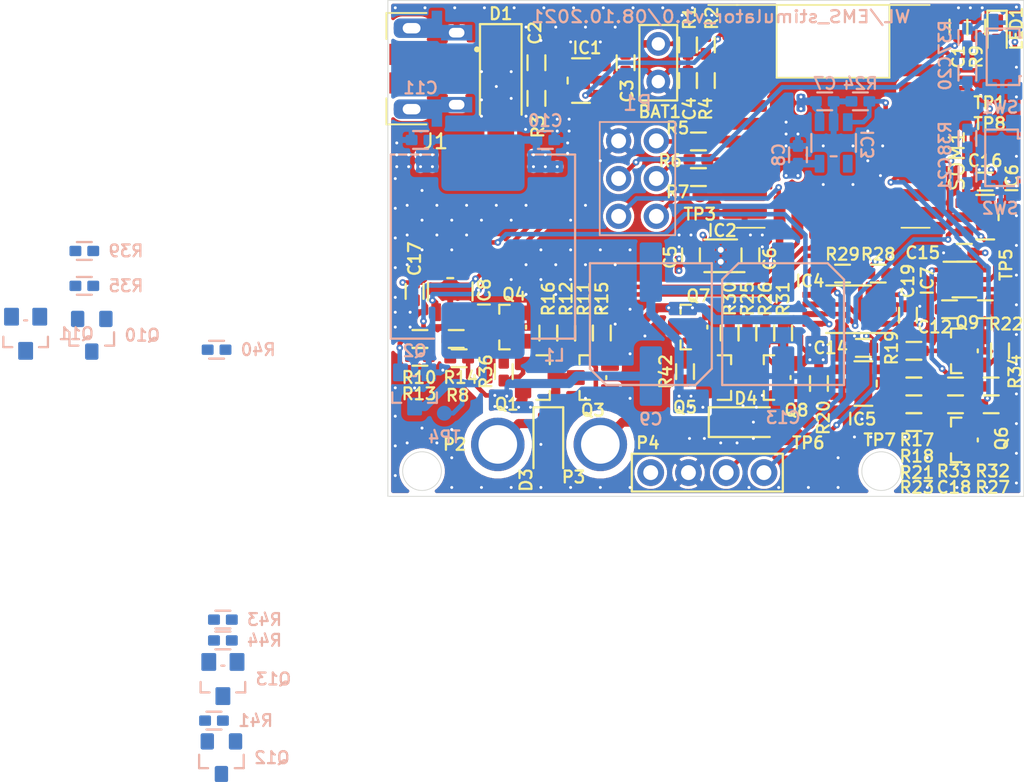
<source format=kicad_pcb>
(kicad_pcb (version 20171130) (host pcbnew "(5.1.8)-1")
  (title_block (title EMS_stimulator) (date 2021-10-14) (rev 1.1))
  (layers (0 F.Cu signal hide) (1 In1.Cu power hide) (2 In2.Cu power hide) (31 B.Cu signal) (34 B.Paste user) (35 F.Paste user) (36 B.SilkS user) (37 F.SilkS user) (38 B.Mask user) (39 F.Mask user) (44 Edge.Cuts user))
  (net 0 "")
  (net 1 /SOM_RESETn)
  (net 2 "Net-(C2-Pad1)")
  (net 3 /SOM_BattMeas)
  (net 4 "Net-(C13-Pad1)")
  (net 5 "Net-(C9-Pad1)")
  (net 6 "Net-(C12-Pad2)")
  (net 7 "Net-(C12-Pad1)")
  (net 8 "Net-(C18-Pad1)")
  (net 9 "Net-(D3-Pad2)")
  (net 10 "Net-(D4-Pad2)")
  (net 11 /SOM_BattStat)
  (net 12 "Net-(IC1-Pad5)")
  (net 13 "Net-(IC2-Pad2)")
  (net 14 "Net-(IC3-Pad4)")
  (net 15 /SOM_PwrEn)
  (net 16 /SOM_SCL)
  (net 17 /SOM_SDA)
  (net 18 "Net-(IC4-Pad7)")
  (net 19 "Net-(IC4-Pad8)")
  (net 20 "Net-(IC5-Pad4)")
  (net 21 "Net-(IC5-Pad1)")
  (net 22 /SOM_IntgCmp)
  (net 23 /SOM_Shdn)
  (net 24 /SOM_CnvCmp)
  (net 25 "Net-(IC8-Pad3)")
  (net 26 "Net-(J1-Pad4)")
  (net 27 "Net-(J1-Pad3)")
  (net 28 "Net-(J1-Pad2)")
  (net 29 "Net-(LED1-Pad1)")
  (net 30 "Net-(LED1-Pad2)")
  (net 31 "Net-(P1-Pad1)")
  (net 32 "Net-(P1-Pad5)")
  (net 33 "Net-(Q1-Pad1)")
  (net 34 "Net-(Q2-Pad1)")
  (net 35 "Net-(Q3-Pad1)")
  (net 36 "Net-(Q4-Pad1)")
  (net 37 "Net-(Q4-Pad3)")
  (net 38 "Net-(Q5-Pad1)")
  (net 39 "Net-(Q6-Pad3)")
  (net 40 "Net-(Q6-Pad1)")
  (net 41 "Net-(Q7-Pad1)")
  (net 42 "Net-(Q7-Pad3)")
  (net 43 "Net-(Q8-Pad1)")
  (net 44 "Net-(R5-Pad2)")
  (net 45 "Net-(R6-Pad2)")
  (net 46 "Net-(R7-Pad2)")
  (net 47 /SOM_CnvPwm)
  (net 48 /SOM_El1L)
  (net 49 /SOM_El1H)
  (net 50 "Net-(R17-Pad2)")
  (net 51 /SOM_El2H)
  (net 52 /SOM_EL2L)
  (net 53 /SOM_IntgRst)
  (net 54 "Net-(SOM1-Pad3)")
  (net 55 "Net-(SOM1-Pad5)")
  (net 56 "Net-(SOM1-Pad11)")
  (net 57 "Net-(SOM1-Pad21)")
  (net 58 "Net-(SOM1-Pad26)")
  (net 59 VBAT)
  (net 60 GND)
  (net 61 +3V0A)
  (net 62 +3V0B)
  (net 63 "Net-(P1-Pad3)")
  (net 64 "Net-(C20-Pad2)")
  (net 65 "Net-(C21-Pad2)")
  (net 66 "Net-(R37-Pad2)")
  (net 67 "Net-(R38-Pad2)")
  (net 68 "Net-(L1-Pad2)")
  (net 69 "Net-(Q10-Pad1)")
  (net 70 "Net-(Q11-Pad3)")
  (net 71 "Net-(Q11-Pad1)")
  (net 72 "Net-(Q12-Pad1)")
  (net 73 "Net-(Q13-Pad1)")
  (net 74 "Net-(Q13-Pad3)")
  (net 75 /SOM_CnvOutH)
  (net 76 /SOM_CnvOutL)
  (module WL_connectors:wire_solder_tht_pad-x2 (layer F.Cu) (at 110.2 79 270)
    (fp_text reference BAT1 (at 3.3 -0.1) (layer F.SilkS) (effects (font (size 0.8 0.8) (thickness 0.1524))))
    (fp_text value "LiPo 1000mAh")
    (pad 1 thru_hole circle (at -1.27 0 270) (size 1.6 1.6) (drill 0.9) (layers *.Cu *.Mask) (net 59 VBAT))
    (pad 2 thru_hole circle (at 1.27 0 270) (size 1.6 1.6) (drill 0.9) (layers *.Cu *.Mask) (net 60 GND))
  )
  (module WL_passives:C0402 (layer F.Cu) (at 130.4 76.6 270)
    (fp_text reference C1 (at 2 0 90) (layer F.SilkS) (effects (font (size 0.8 0.8) (thickness 0.1524))))
    (fp_text value 100n)
    (pad 2 smd roundrect (at 0.6 0 270) (size 0.8 0.7) (layers F.Cu F.Paste F.Mask) (roundrect_rratio 0.15) (net 1 /SOM_RESETn))
    (pad 1 smd roundrect (at -0.6 0 270) (size 0.8 0.7) (layers F.Cu F.Paste F.Mask) (roundrect_rratio 0.15) (net 60 GND))
  )
  (module WL_passives:C0402 (layer F.Cu) (at 102 79 270)
    (fp_text reference C2 (at -2 0.1 90) (layer F.SilkS) (effects (font (size 0.8 0.8) (thickness 0.1524))))
    (fp_text value 4u7)
    (pad 2 smd roundrect (at 0.6 0 270) (size 0.8 0.7) (layers F.Cu F.Paste F.Mask) (roundrect_rratio 0.15) (net 60 GND))
    (pad 1 smd roundrect (at -0.6 0 270) (size 0.8 0.7) (layers F.Cu F.Paste F.Mask) (roundrect_rratio 0.15) (net 2 "Net-(C2-Pad1)"))
  )
  (module WL_passives:C0402 (layer F.Cu) (at 108 79 270)
    (fp_text reference C3 (at 1.9 -0.1 90) (layer F.SilkS) (effects (font (size 0.8 0.8) (thickness 0.1524))))
    (fp_text value 4u7)
    (pad 1 smd roundrect (at -0.6 0 270) (size 0.8 0.7) (layers F.Cu F.Paste F.Mask) (roundrect_rratio 0.15) (net 59 VBAT))
    (pad 2 smd roundrect (at 0.6 0 270) (size 0.8 0.7) (layers F.Cu F.Paste F.Mask) (roundrect_rratio 0.15) (net 60 GND))
  )
  (module WL_passives:C0402 (layer F.Cu) (at 112.2 80.2 270)
    (fp_text reference C4 (at 1.9 -0.1 90) (layer F.SilkS) (effects (font (size 0.8 0.8) (thickness 0.1524))))
    (fp_text value 100n)
    (pad 2 smd roundrect (at 0.6 0 270) (size 0.8 0.7) (layers F.Cu F.Paste F.Mask) (roundrect_rratio 0.15) (net 60 GND))
    (pad 1 smd roundrect (at -0.6 0 270) (size 0.8 0.7) (layers F.Cu F.Paste F.Mask) (roundrect_rratio 0.15) (net 3 /SOM_BattMeas))
  )
  (module WL_passives:C0402 (layer F.Cu) (at 112.4 92 90)
    (fp_text reference C5 (at -0.1 -1.4 90) (layer F.SilkS) (effects (font (size 0.8 0.8) (thickness 0.1524))))
    (fp_text value 1u)
    (pad 1 smd roundrect (at -0.6 0 90) (size 0.8 0.7) (layers F.Cu F.Paste F.Mask) (roundrect_rratio 0.15) (net 59 VBAT))
    (pad 2 smd roundrect (at 0.6 0 90) (size 0.8 0.7) (layers F.Cu F.Paste F.Mask) (roundrect_rratio 0.15) (net 60 GND))
  )
  (module WL_passives:C0402 (layer F.Cu) (at 116.4 92 90)
    (fp_text reference C6 (at -0.2 1.3 90) (layer F.SilkS) (effects (font (size 0.8 0.8) (thickness 0.1524))))
    (fp_text value 1u)
    (pad 2 smd roundrect (at 0.6 0 90) (size 0.8 0.7) (layers F.Cu F.Paste F.Mask) (roundrect_rratio 0.15) (net 60 GND))
    (pad 1 smd roundrect (at -0.6 0 90) (size 0.8 0.7) (layers F.Cu F.Paste F.Mask) (roundrect_rratio 0.15) (net 61 +3V0A))
  )
  (module WL_passives:C0402 (layer B.Cu) (at 121.4 81.6)
    (fp_text reference C7 (at 0 -1.2) (layer B.SilkS) (effects (font (size 0.8 0.8) (thickness 0.1524)) (justify mirror)))
    (fp_text value 1u)
    (pad 1 smd roundrect (at -0.6 0) (size 0.8 0.7) (layers B.Cu B.Paste B.Mask) (roundrect_rratio 0.15) (net 59 VBAT))
    (pad 2 smd roundrect (at 0.6 0) (size 0.8 0.7) (layers B.Cu B.Paste B.Mask) (roundrect_rratio 0.15) (net 60 GND))
  )
  (module WL_passives:C0402 (layer B.Cu) (at 119.6 85.2 90)
    (fp_text reference C8 (at 0 -1.3 270) (layer B.SilkS) (effects (font (size 0.8 0.8) (thickness 0.1524)) (justify mirror)))
    (fp_text value 1u)
    (pad 2 smd roundrect (at 0.6 0 90) (size 0.8 0.7) (layers B.Cu B.Paste B.Mask) (roundrect_rratio 0.15) (net 60 GND))
    (pad 1 smd roundrect (at -0.6 0 90) (size 0.8 0.7) (layers B.Cu B.Paste B.Mask) (roundrect_rratio 0.15) (net 62 +3V0B))
  )
  (module WL_passives:CAlu8.3mmx8.3mmx10mmSMD (layer B.Cu) (at 109.7 96.6)
    (fp_text reference C9 (at 0 6.4) (layer B.SilkS) (effects (font (size 0.8 0.8) (thickness 0.1524)) (justify mirror)))
    (fp_text value 1u8)
    (pad 2 smd roundrect (at 0 -3.5) (size 1.5 4) (layers B.Cu B.Paste B.Mask) (roundrect_rratio 0.1) (net 60 GND))
    (pad 1 smd roundrect (at 0 3.5) (size 1.5 4) (layers B.Cu B.Paste B.Mask) (roundrect_rratio 0.1) (net 5 "Net-(C9-Pad1)"))
  )
  (module WL_passives:C0402 (layer B.Cu) (at 102.6 84.2)
    (fp_text reference C10 (at 0 -1.3) (layer B.SilkS) (effects (font (size 0.8 0.8) (thickness 0.1524)) (justify mirror)))
    (fp_text value 4u7)
    (pad 1 smd roundrect (at -0.6 0) (size 0.8 0.7) (layers B.Cu B.Paste B.Mask) (roundrect_rratio 0.15) (net 59 VBAT))
    (pad 2 smd roundrect (at 0.6 0) (size 0.8 0.7) (layers B.Cu B.Paste B.Mask) (roundrect_rratio 0.15) (net 60 GND))
  )
  (module WL_passives:C0402 (layer B.Cu) (at 94.2 84.2 180)
    (fp_text reference C11 (at 0 3.5) (layer B.SilkS) (effects (font (size 0.8 0.8) (thickness 0.1524)) (justify mirror)))
    (fp_text value 4u7)
    (pad 2 smd roundrect (at 0.6 0 180) (size 0.8 0.7) (layers B.Cu B.Paste B.Mask) (roundrect_rratio 0.15) (net 60 GND))
    (pad 1 smd roundrect (at -0.6 0 180) (size 0.8 0.7) (layers B.Cu B.Paste B.Mask) (roundrect_rratio 0.15) (net 59 VBAT))
  )
  (module WL_passives:C0402 (layer F.Cu) (at 129.8 95.6 180)
    (fp_text reference C12 (at 1 -1.2) (layer F.SilkS) (effects (font (size 0.8 0.8) (thickness 0.1524))))
    (fp_text value 10n)
    (pad 2 smd roundrect (at 0.6 0 180) (size 0.8 0.7) (layers F.Cu F.Paste F.Mask) (roundrect_rratio 0.15) (net 6 "Net-(C12-Pad2)"))
    (pad 1 smd roundrect (at -0.6 0 180) (size 0.8 0.7) (layers F.Cu F.Paste F.Mask) (roundrect_rratio 0.15) (net 7 "Net-(C12-Pad1)"))
  )
  (module WL_passives:CAlu8.3mmx8.3mmx10mmSMD (layer B.Cu) (at 118.6 96.6 180)
    (fp_text reference C13 (at 0 -6.3) (layer B.SilkS) (effects (font (size 0.8 0.8) (thickness 0.1524)) (justify mirror)))
    (fp_text value 6u8)
    (pad 1 smd roundrect (at 0 3.5 180) (size 1.5 4) (layers B.Cu B.Paste B.Mask) (roundrect_rratio 0.1) (net 4 "Net-(C13-Pad1)"))
    (pad 2 smd roundrect (at 0 -3.5 180) (size 1.5 4) (layers B.Cu B.Paste B.Mask) (roundrect_rratio 0.1) (net 60 GND))
  )
  (module WL_passives:C0402 (layer F.Cu) (at 124 98.2 180)
    (fp_text reference C14 (at 2.2 0) (layer F.SilkS) (effects (font (size 0.8 0.8) (thickness 0.1524))))
    (fp_text value 100n)
    (pad 1 smd roundrect (at -0.6 0 180) (size 0.8 0.7) (layers F.Cu F.Paste F.Mask) (roundrect_rratio 0.15) (net 62 +3V0B))
    (pad 2 smd roundrect (at 0.6 0 180) (size 0.8 0.7) (layers F.Cu F.Paste F.Mask) (roundrect_rratio 0.15) (net 60 GND))
  )
  (module WL_passives:C0402 (layer F.Cu) (at 130.8 91.8 180)
    (fp_text reference C15 (at 2.8 0) (layer F.SilkS) (effects (font (size 0.8 0.8) (thickness 0.1524))))
    (fp_text value 100n)
    (pad 2 smd roundrect (at 0.6 0 180) (size 0.8 0.7) (layers F.Cu F.Paste F.Mask) (roundrect_rratio 0.15) (net 60 GND))
    (pad 1 smd roundrect (at -0.6 0 180) (size 0.8 0.7) (layers F.Cu F.Paste F.Mask) (roundrect_rratio 0.15) (net 62 +3V0B))
  )
  (module WL_passives:C0402 (layer F.Cu) (at 132.2 87 180)
    (fp_text reference C16 (at 0 1.4) (layer F.SilkS) (effects (font (size 0.8 0.8) (thickness 0.1524))))
    (fp_text value 100n)
    (pad 1 smd roundrect (at -0.6 0 180) (size 0.8 0.7) (layers F.Cu F.Paste F.Mask) (roundrect_rratio 0.15) (net 62 +3V0B))
    (pad 2 smd roundrect (at 0.6 0 180) (size 0.8 0.7) (layers F.Cu F.Paste F.Mask) (roundrect_rratio 0.15) (net 60 GND))
  )
  (module WL_passives:C0402 (layer F.Cu) (at 93.8 94.4 270)
    (fp_text reference C17 (at -2.2 0 90) (layer F.SilkS) (effects (font (size 0.8 0.8) (thickness 0.1524))))
    (fp_text value 100n)
    (pad 1 smd roundrect (at -0.6 0 270) (size 0.8 0.7) (layers F.Cu F.Paste F.Mask) (roundrect_rratio 0.15) (net 62 +3V0B))
    (pad 2 smd roundrect (at 0.6 0 270) (size 0.8 0.7) (layers F.Cu F.Paste F.Mask) (roundrect_rratio 0.15) (net 60 GND))
  )
  (module WL_passives:C0402 (layer F.Cu) (at 130.2 102)
    (fp_text reference C18 (at -0.1 5.6) (layer F.SilkS) (effects (font (size 0.8 0.8) (thickness 0.1524))))
    (fp_text value 1u)
    (pad 1 smd roundrect (at -0.6 0) (size 0.8 0.7) (layers F.Cu F.Paste F.Mask) (roundrect_rratio 0.15) (net 8 "Net-(C18-Pad1)"))
    (pad 2 smd roundrect (at 0.6 0) (size 0.8 0.7) (layers F.Cu F.Paste F.Mask) (roundrect_rratio 0.15) (net 60 GND))
  )
  (module WL_passives:C0402 (layer F.Cu) (at 127 96 90)
    (fp_text reference C19 (at 2.3 0 90) (layer F.SilkS) (effects (font (size 0.8 0.8) (thickness 0.1524))))
    (fp_text value 100n)
    (pad 1 smd roundrect (at -0.6 0 90) (size 0.8 0.7) (layers F.Cu F.Paste F.Mask) (roundrect_rratio 0.15) (net 62 +3V0B))
    (pad 2 smd roundrect (at 0.6 0 90) (size 0.8 0.7) (layers F.Cu F.Paste F.Mask) (roundrect_rratio 0.15) (net 60 GND))
  )
  (module WL_diodes:SMA (layer F.Cu) (at 99.6 80.2 90)
    (fp_text reference D1 (at 4.5 0 180) (layer F.SilkS) (effects (font (size 0.8 0.8) (thickness 0.1524))))
    (fp_text value TVS)
    (pad 1 smd roundrect (at -2.75 0 90) (size 2.3 1.8) (layers F.Cu F.Paste F.Mask) (roundrect_rratio 0.15) (net 60 GND))
    (pad 2 smd roundrect (at 2.25 0 90) (size 2.3 1.8) (layers F.Cu F.Paste F.Mask) (roundrect_rratio 0.15) (net 2 "Net-(C2-Pad1)"))
  )
  (module WL_diodes:SOD-123FL (layer F.Cu) (at 102.8 104.9 270)
    (fp_text reference D3 (at 2.2 1.5 90) (layer F.SilkS) (effects (font (size 0.8 0.8) (thickness 0.1524))))
    (fp_text value TVS)
    (pad 2 smd roundrect (at -1.6 0 270) (size 1.5 1.4) (layers F.Cu F.Paste F.Mask) (roundrect_rratio 0.1) (net 9 "Net-(D3-Pad2)"))
    (pad 1 smd roundrect (at 1.6 0 270) (size 1.5 1.4) (layers F.Cu F.Paste F.Mask) (roundrect_rratio 0.1) (net 60 GND))
  )
  (module WL_diodes:SOD-123FL (layer F.Cu) (at 116.3 103.2)
    (fp_text reference D4 (at -0.2 -1.6) (layer F.SilkS) (effects (font (size 0.8 0.8) (thickness 0.1524))))
    (fp_text value TVS)
    (pad 1 smd roundrect (at 1.6 0) (size 1.5 1.4) (layers F.Cu F.Paste F.Mask) (roundrect_rratio 0.1) (net 60 GND))
    (pad 2 smd roundrect (at -1.6 0) (size 1.5 1.4) (layers F.Cu F.Paste F.Mask) (roundrect_rratio 0.1) (net 10 "Net-(D4-Pad2)"))
  )
  (module WL_transistors_smd:SOT-23-5 (layer F.Cu) (at 105 80.2 90)
    (fp_text reference IC1 (at 2.2 0.4 180) (layer F.SilkS) (effects (font (size 0.8 0.8) (thickness 0.1524))))
    (fp_text value MCP73832)
    (pad 1 smd roundrect (at -0.95 1.4 90) (size 0.65 1.2) (layers F.Cu F.Paste F.Mask) (roundrect_rratio 0.1) (net 11 /SOM_BattStat))
    (pad 2 smd roundrect (at 0 1.4 90) (size 0.65 1.2) (layers F.Cu F.Paste F.Mask) (roundrect_rratio 0.1) (net 60 GND))
    (pad 3 smd roundrect (at 0.95 1.4 90) (size 0.65 1.2) (layers F.Cu F.Paste F.Mask) (roundrect_rratio 0.1) (net 59 VBAT))
    (pad 5 smd roundrect (at -0.95 -1.4 90) (size 0.65 1.2) (layers F.Cu F.Paste F.Mask) (roundrect_rratio 0.1) (net 12 "Net-(IC1-Pad5)"))
    (pad 4 smd roundrect (at 0.95 -1.4 90) (size 0.65 1.2) (layers F.Cu F.Paste F.Mask) (roundrect_rratio 0.1) (net 2 "Net-(C2-Pad1)"))
  )
  (module WL_WSON:WSON-6-thermal (layer F.Cu) (at 114.4 92 180)
    (fp_text reference IC2 (at -0.1 1.7) (layer F.SilkS) (effects (font (size 0.8 0.8) (thickness 0.1524))))
    (fp_text value TPS78230)
    (pad 1 smd roundrect (at -1.075 -0.65 180) (size 0.65 0.3) (layers F.Cu F.Paste F.Mask) (roundrect_rratio 0.1) (net 61 +3V0A))
    (pad 2 smd roundrect (at -1.075 0 180) (size 0.65 0.3) (layers F.Cu F.Paste F.Mask) (roundrect_rratio 0.1) (net 13 "Net-(IC2-Pad2)"))
    (pad 3 smd roundrect (at -1.075 0.65 180) (size 0.65 0.3) (layers F.Cu F.Paste F.Mask) (roundrect_rratio 0.1) (net 60 GND))
    (pad 4 smd roundrect (at 1.075 0.65 180) (size 0.65 0.3) (layers F.Cu F.Paste F.Mask) (roundrect_rratio 0.1) (net 59 VBAT))
    (pad 5 smd roundrect (at 1.075 0 180) (size 0.65 0.3) (layers F.Cu F.Paste F.Mask) (roundrect_rratio 0.1) (net 60 GND))
    (pad 6 smd roundrect (at 1.075 -0.65 180) (size 0.65 0.3) (layers F.Cu F.Paste F.Mask) (roundrect_rratio 0.1) (net 59 VBAT))
    (pad "" smd roundrect (at 0 0 180) (size 0.8 1.6) (layers F.Cu F.Paste F.Mask) (roundrect_rratio 0.1))
    (pad "" thru_hole circle (at 0 -0.4 180) (size 0.4 0.4) (drill 0.4) (layers *.Cu *.Mask))
    (pad "" thru_hole circle (at 0 0.4 180) (size 0.4 0.4) (drill 0.4) (layers *.Cu *.Mask))
  )
  (module WL_transistors_smd:SOT-23-5 (layer B.Cu) (at 122 84.4)
    (fp_text reference IC3 (at 2.3 0.1 90) (layer B.SilkS) (effects (font (size 0.8 0.8) (thickness 0.1524)) (justify mirror)))
    (fp_text value MIC5501)
    (pad 4 smd roundrect (at 0.95 1.4) (size 0.65 1.2) (layers B.Cu B.Paste B.Mask) (roundrect_rratio 0.1) (net 14 "Net-(IC3-Pad4)"))
    (pad 5 smd roundrect (at -0.95 1.4) (size 0.65 1.2) (layers B.Cu B.Paste B.Mask) (roundrect_rratio 0.1) (net 62 +3V0B))
    (pad 3 smd roundrect (at 0.95 -1.4) (size 0.65 1.2) (layers B.Cu B.Paste B.Mask) (roundrect_rratio 0.1) (net 15 /SOM_PwrEn))
    (pad 2 smd roundrect (at 0 -1.4) (size 0.65 1.2) (layers B.Cu B.Paste B.Mask) (roundrect_rratio 0.1) (net 60 GND))
    (pad 1 smd roundrect (at -0.95 -1.4) (size 0.65 1.2) (layers B.Cu B.Paste B.Mask) (roundrect_rratio 0.1) (net 59 VBAT))
  )
  (module WL_uMAX:uMAX-8 (layer F.Cu) (at 123 95.6 90)
    (fp_text reference IC4 (at 1.9 -2.6 180) (layer F.SilkS) (effects (font (size 0.8 0.8) (thickness 0.1524))))
    (fp_text value MAX5820)
    (pad 1 smd roundrect (at -0.975 2.4 90) (size 0.4 1.4) (layers F.Cu F.Paste F.Mask) (roundrect_rratio 0.1) (net 62 +3V0B))
    (pad 2 smd roundrect (at -0.325 2.4 90) (size 0.4 1.4) (layers F.Cu F.Paste F.Mask) (roundrect_rratio 0.1) (net 60 GND))
    (pad 3 smd roundrect (at 0.325 2.4 90) (size 0.4 1.4) (layers F.Cu F.Paste F.Mask) (roundrect_rratio 0.1) (net 60 GND))
    (pad 4 smd roundrect (at 0.975 2.4 90) (size 0.4 1.4) (layers F.Cu F.Paste F.Mask) (roundrect_rratio 0.1) (net 16 /SOM_SCL))
    (pad 5 smd roundrect (at 0.975 -2.4 90) (size 0.4 1.4) (layers F.Cu F.Paste F.Mask) (roundrect_rratio 0.1) (net 17 /SOM_SDA))
    (pad 6 smd roundrect (at 0.325 -2.4 90) (size 0.4 1.4) (layers F.Cu F.Paste F.Mask) (roundrect_rratio 0.1) (net 62 +3V0B))
    (pad 7 smd roundrect (at -0.325 -2.4 90) (size 0.4 1.4) (layers F.Cu F.Paste F.Mask) (roundrect_rratio 0.1) (net 18 "Net-(IC4-Pad7)"))
    (pad 8 smd roundrect (at -0.975 -2.4 90) (size 0.4 1.4) (layers F.Cu F.Paste F.Mask) (roundrect_rratio 0.1) (net 19 "Net-(IC4-Pad8)"))
  )
  (module WL_transistors_smd:SOT-23-5 (layer F.Cu) (at 124 100.6 270)
    (fp_text reference IC5 (at 2.4 0.1 180) (layer F.SilkS) (effects (font (size 0.8 0.8) (thickness 0.1524))))
    (fp_text value INA180)
    (pad 4 smd roundrect (at 0.95 -1.4 270) (size 0.65 1.2) (layers F.Cu F.Paste F.Mask) (roundrect_rratio 0.1) (net 20 "Net-(IC5-Pad4)"))
    (pad 5 smd roundrect (at -0.95 -1.4 270) (size 0.65 1.2) (layers F.Cu F.Paste F.Mask) (roundrect_rratio 0.1) (net 62 +3V0B))
    (pad 3 smd roundrect (at 0.95 1.4 270) (size 0.65 1.2) (layers F.Cu F.Paste F.Mask) (roundrect_rratio 0.1) (net 60 GND))
    (pad 2 smd roundrect (at 0 1.4 270) (size 0.65 1.2) (layers F.Cu F.Paste F.Mask) (roundrect_rratio 0.1) (net 60 GND))
    (pad 1 smd roundrect (at -0.95 1.4 270) (size 0.65 1.2) (layers F.Cu F.Paste F.Mask) (roundrect_rratio 0.1) (net 21 "Net-(IC5-Pad1)"))
  )
  (module WL_transistors_smd:SOT-23-5 (layer F.Cu) (at 132.2 89.4 270)
    (fp_text reference IC6 (at -2.6 -1.8 90) (layer F.SilkS) (effects (font (size 0.8 0.8) (thickness 0.1524))))
    (fp_text value TLV3201)
    (pad 1 smd roundrect (at -0.95 1.4 270) (size 0.65 1.2) (layers F.Cu F.Paste F.Mask) (roundrect_rratio 0.1) (net 22 /SOM_IntgCmp))
    (pad 2 smd roundrect (at 0 1.4 270) (size 0.65 1.2) (layers F.Cu F.Paste F.Mask) (roundrect_rratio 0.1) (net 60 GND))
    (pad 3 smd roundrect (at 0.95 1.4 270) (size 0.65 1.2) (layers F.Cu F.Paste F.Mask) (roundrect_rratio 0.1) (net 18 "Net-(IC4-Pad7)"))
    (pad 5 smd roundrect (at -0.95 -1.4 270) (size 0.65 1.2) (layers F.Cu F.Paste F.Mask) (roundrect_rratio 0.1) (net 62 +3V0B))
    (pad 4 smd roundrect (at 0.95 -1.4 270) (size 0.65 1.2) (layers F.Cu F.Paste F.Mask) (roundrect_rratio 0.1) (net 7 "Net-(C12-Pad1)"))
  )
  (module WL_transistors_smd:SOT-363-6 (layer F.Cu) (at 130.8 93.6 270)
    (fp_text reference IC7 (at 0.1 2.5 90) (layer F.SilkS) (effects (font (size 0.8 0.8) (thickness 0.1524))))
    (fp_text value MAX9619)
    (pad 1 smd roundrect (at -0.65 1.1 270) (size 0.35 1.25) (layers F.Cu F.Paste F.Mask) (roundrect_rratio 0.1) (net 8 "Net-(C18-Pad1)"))
    (pad 2 smd roundrect (at 0 1.1 270) (size 0.35 1.25) (layers F.Cu F.Paste F.Mask) (roundrect_rratio 0.1) (net 60 GND))
    (pad 3 smd roundrect (at 0.65 1.1 270) (size 0.35 1.25) (layers F.Cu F.Paste F.Mask) (roundrect_rratio 0.1) (net 6 "Net-(C12-Pad2)"))
    (pad 6 smd roundrect (at -0.65 -1.1 270) (size 0.35 1.25) (layers F.Cu F.Paste F.Mask) (roundrect_rratio 0.1) (net 62 +3V0B))
    (pad 4 smd roundrect (at 0.65 -1.1 270) (size 0.35 1.25) (layers F.Cu F.Paste F.Mask) (roundrect_rratio 0.1) (net 7 "Net-(C12-Pad1)"))
    (pad 5 smd roundrect (at 0 -1.1 270) (size 0.35 1.25) (layers F.Cu F.Paste F.Mask) (roundrect_rratio 0.1) (net 23 /SOM_Shdn))
  )
  (module WL_transistors_smd:SOT-23-5 (layer F.Cu) (at 96.2 94.4)
    (fp_text reference IC8 (at 2.3 0.1 90) (layer F.SilkS) (effects (font (size 0.8 0.8) (thickness 0.1524))))
    (fp_text value TS880ILT)
    (pad 1 smd roundrect (at -0.95 1.4) (size 0.65 1.2) (layers F.Cu F.Paste F.Mask) (roundrect_rratio 0.1) (net 24 /SOM_CnvCmp))
    (pad 2 smd roundrect (at 0 1.4) (size 0.65 1.2) (layers F.Cu F.Paste F.Mask) (roundrect_rratio 0.1) (net 60 GND))
    (pad 3 smd roundrect (at 0.95 1.4) (size 0.65 1.2) (layers F.Cu F.Paste F.Mask) (roundrect_rratio 0.1) (net 25 "Net-(IC8-Pad3)"))
    (pad 5 smd roundrect (at -0.95 -1.4) (size 0.65 1.2) (layers F.Cu F.Paste F.Mask) (roundrect_rratio 0.1) (net 62 +3V0B))
    (pad 4 smd roundrect (at 0.95 -1.4) (size 0.65 1.2) (layers F.Cu F.Paste F.Mask) (roundrect_rratio 0.1) (net 19 "Net-(IC4-Pad8)"))
  )
  (module WL_connectors:AMPHENOL_10103594-0001LF (layer F.Cu) (at 93.6 79.4 270)
    (fp_text reference J1 (at 4.9 -1.6 180) (layer F.SilkS))
    (fp_text value USB_B_micro)
    (pad 11 smd custom (at 2.425 -3.03 270) (size 1.05 2.1) (layers B.Cu B.Mask) (options (clearance outline) (anchor rect)) (primitives (gr_poly (pts (xy 1.475 0.98) (xy 1.475 1.68) (xy 0.95 1.68) (xy 0.95 3.83) (xy 0.949 3.851) (xy 0.948 3.872) (xy 0.945 3.893) (xy 0.941 3.913) (xy 0.936 3.934) (xy 0.93 3.954) (xy 0.923 3.973) (xy 0.915 3.993) (xy 0.906 4.012) (xy 0.896 4.03) (xy 0.885 4.048) (xy 0.874 4.065) (xy 0.861 4.082) (xy 0.847 4.098) (xy 0.833 4.113) (xy 0.818 4.127) (xy 0.802 4.141) (xy 0.785 4.154) (xy 0.768 4.165) (xy 0.75 4.176) (xy 0.732 4.186) (xy 0.713 4.195) (xy 0.693 4.203) (xy 0.674 4.21) (xy 0.654 4.216) (xy 0.633 4.221) (xy 0.613 4.225) (xy 0.592 4.228) (xy 0.571 4.229) (xy 0.55 4.23) (xy 0.05 4.23) (xy 0.029 4.229) (xy 0.008 4.228) (xy -0.013 4.225) (xy -0.033 4.221) (xy -0.054 4.216) (xy -0.074 4.21) (xy -0.093 4.203) (xy -0.113 4.195) (xy -0.132 4.186) (xy -0.15 4.176) (xy -0.168 4.165) (xy -0.185 4.154) (xy -0.202 4.141) (xy -0.218 4.127) (xy -0.233 4.113) (xy -0.247 4.098) (xy -0.261 4.082) (xy -0.274 4.065) (xy -0.285 4.048) (xy -0.296 4.03) (xy -0.306 4.012) (xy -0.315 3.993) (xy -0.323 3.973) (xy -0.33 3.954) (xy -0.336 3.934) (xy -0.341 3.913) (xy -0.345 3.893) (xy -0.348 3.872) (xy -0.349 3.851) (xy -0.35 3.83) (xy -0.35 0.98) (xy 1.475 0.98)) (width 0.01))))
    (pad 10 smd custom (at -2.425 -3.03 270) (size 1.05 2.1) (layers B.Cu B.Mask) (options (clearance outline) (anchor rect)) (primitives (gr_poly (pts (xy -1.475 0.98) (xy -1.475 1.68) (xy -0.95 1.68) (xy -0.95 3.83) (xy -0.949 3.851) (xy -0.948 3.872) (xy -0.945 3.893) (xy -0.941 3.913) (xy -0.936 3.934) (xy -0.93 3.954) (xy -0.923 3.973) (xy -0.915 3.993) (xy -0.906 4.012) (xy -0.896 4.03) (xy -0.885 4.048) (xy -0.874 4.065) (xy -0.861 4.082) (xy -0.847 4.098) (xy -0.833 4.113) (xy -0.818 4.127) (xy -0.802 4.141) (xy -0.785 4.154) (xy -0.768 4.165) (xy -0.75 4.176) (xy -0.732 4.186) (xy -0.713 4.195) (xy -0.693 4.203) (xy -0.674 4.21) (xy -0.654 4.216) (xy -0.633 4.221) (xy -0.613 4.225) (xy -0.592 4.228) (xy -0.571 4.229) (xy -0.55 4.23) (xy -0.05 4.23) (xy -0.029 4.229) (xy -0.008 4.228) (xy 0.013 4.225) (xy 0.033 4.221) (xy 0.054 4.216) (xy 0.074 4.21) (xy 0.093 4.203) (xy 0.113 4.195) (xy 0.132 4.186) (xy 0.15 4.176) (xy 0.168 4.165) (xy 0.185 4.154) (xy 0.202 4.141) (xy 0.218 4.127) (xy 0.233 4.113) (xy 0.247 4.098) (xy 0.261 4.082) (xy 0.274 4.065) (xy 0.285 4.048) (xy 0.296 4.03) (xy 0.306 4.012) (xy 0.315 3.993) (xy 0.323 3.973) (xy 0.33 3.954) (xy 0.336 3.934) (xy 0.341 3.913) (xy 0.345 3.893) (xy 0.348 3.872) (xy 0.349 3.851) (xy 0.35 3.83) (xy 0.35 0.98) (xy -1.475 0.98)) (width 0.01))))
    (pad 9 thru_hole oval (at 2.725 0 270) (size 1.2 2.4) (drill oval 0.7 1.2) (layers *.Cu *.Mask))
    (pad 8 thru_hole oval (at -2.725 0 270) (size 1.2 2.4) (drill oval 0.7 1.2) (layers *.Cu *.Mask))
    (pad 7 thru_hole oval (at 2.425 -3.03 270) (size 0.73 1.46) (drill oval 0.65 1.05) (layers *.Cu))
    (pad 6 thru_hole oval (at -2.425 -3.03 270) (size 0.73 1.46) (drill oval 0.65 1.05) (layers *.Cu) (net 60 GND))
    (pad S2 smd rect (at 0.9625 0.25 270) (size 1.425 2.5) (layers F.Cu F.Paste F.Mask))
    (pad S1 smd rect (at -0.9625 0.25 270) (size 1.425 2.5) (layers F.Cu F.Paste F.Mask))
    (pad 5 smd rect (at 1.3 -2.825 270) (size 0.4 1.75) (layers F.Cu F.Paste F.Mask) (net 60 GND))
    (pad 4 smd rect (at 0.65 -2.825 270) (size 0.4 1.75) (layers F.Cu F.Paste F.Mask) (net 26 "Net-(J1-Pad4)"))
    (pad 3 smd rect (at 0 -2.825 270) (size 0.4 1.75) (layers F.Cu F.Paste F.Mask) (net 27 "Net-(J1-Pad3)"))
    (pad 2 smd rect (at -0.65 -2.825 270) (size 0.4 1.75) (layers F.Cu F.Paste F.Mask) (net 28 "Net-(J1-Pad2)"))
    (pad 1 smd rect (at -1.3 -2.825 270) (size 0.4 1.75) (layers F.Cu F.Paste F.Mask) (net 2 "Net-(C2-Pad1)"))
  )
  (module WL_passives:L12.5mmx12.5mmx8mm (layer B.Cu) (at 98.4 91.38 90)
    (fp_text reference L1 (at -7.32 4.8) (layer B.SilkS) (effects (font (size 0.8 0.8) (thickness 0.1524)) (justify mirror)))
    (fp_text value 220u)
    (pad 1 smd roundrect (at 5.65 0 90) (size 3.8 5.6) (layers B.Cu B.Paste B.Mask) (roundrect_rratio 0.1) (net 59 VBAT))
    (pad 2 smd roundrect (at -5.65 0 90) (size 3.8 5.6) (layers B.Cu B.Paste B.Mask) (roundrect_rratio 0.1) (net 68 "Net-(L1-Pad2)"))
  )
  (module WL_diodes:D0402 (layer F.Cu) (at 133 77.2 90)
    (fp_text reference LED1 (at 0.5 1.3 90) (layer F.SilkS) (effects (font (size 0.8 0.8) (thickness 0.1524))))
    (fp_text value 530nm)
    (pad 1 smd roundrect (at -0.9 0 90) (size 1.1 0.8) (layers F.Cu F.Paste F.Mask) (roundrect_rratio 0.1) (net 29 "Net-(LED1-Pad1)"))
    (pad 2 smd roundrect (at 0.9 0 90) (size 1.1 0.8) (layers F.Cu F.Paste F.Mask) (roundrect_rratio 0.1) (net 30 "Net-(LED1-Pad2)"))
  )
  (module WL_connectors:PinHeader_2x3 (layer B.Cu) (at 108.8 86.8 180)
    (fp_text reference P1 (at 0 5.08) (layer B.SilkS) (effects (justify mirror)))
    (fp_text value "TAG connector 2x3")
    (pad 1 thru_hole circle (at -1.27 2.54 180) (size 1.7 1.7) (drill 1) (layers *.Cu *.Mask) (net 31 "Net-(P1-Pad1)"))
    (pad 2 thru_hole circle (at 1.27 2.54 180) (size 1.7 1.7) (drill 1) (layers *.Cu *.Mask) (net 60 GND))
    (pad 3 thru_hole circle (at -1.27 0 180) (size 1.7 1.7) (drill 1) (layers *.Cu *.Mask) (net 63 "Net-(P1-Pad3)"))
    (pad 4 thru_hole circle (at 1.27 0 180) (size 1.7 1.7) (drill 1) (layers *.Cu *.Mask) (net 1 /SOM_RESETn))
    (pad 5 thru_hole circle (at -1.27 -2.54 180) (size 1.7 1.7) (drill 1) (layers *.Cu *.Mask) (net 32 "Net-(P1-Pad5)"))
    (pad 6 thru_hole circle (at 1.27 -2.54 180) (size 1.7 1.7) (drill 1) (layers *.Cu *.Mask) (net 61 +3V0A))
  )
  (module WL_connectors:GC2010-M (layer F.Cu) (at 99.4 104.7 90)
    (fp_text reference P2 (at 0 -2.9 180) (layer F.SilkS) (effects (font (size 0.8 0.8) (thickness 0.1524))))
    (fp_text value banana_plug)
    (pad 1 thru_hole circle (at 0 0 90) (size 3.6 3.6) (drill 2.6) (layers *.Cu *.Mask) (net 9 "Net-(D3-Pad2)"))
  )
  (module WL_connectors:GC2010-M (layer F.Cu) (at 106.3 104.7 90)
    (fp_text reference P3 (at -2.2 -1.8 180) (layer F.SilkS) (effects (font (size 0.8 0.8) (thickness 0.1524))))
    (fp_text value banana_plug)
    (pad 1 thru_hole circle (at 0 0 90) (size 3.6 3.6) (drill 2.6) (layers *.Cu *.Mask) (net 10 "Net-(D4-Pad2)") (clearance 0.5))
  )
  (module WL_transistors_smd:SOT-23-3 (layer F.Cu) (at 102.2 100.2 270)
    (fp_text reference Q1 (at 1.8 2.2) (layer F.SilkS) (effects (font (size 0.8 0.8) (thickness 0.1524))))
    (fp_text value PNP_BEC)
    (pad 3 smd roundrect (at 0 -1.1 270) (size 0.9 1.1) (layers F.Cu F.Paste F.Mask) (roundrect_rratio 0.15) (net 9 "Net-(D3-Pad2)"))
    (pad 2 smd roundrect (at 0.95 1.1 270) (size 0.9 1.1) (layers F.Cu F.Paste F.Mask) (roundrect_rratio 0.15) (net 5 "Net-(C9-Pad1)"))
    (pad 1 smd roundrect (at -0.95 1.1 270) (size 0.9 1.1) (layers F.Cu F.Paste F.Mask) (roundrect_rratio 0.15) (net 33 "Net-(Q1-Pad1)"))
  )
  (module WL_transistors_smd:SOT-346 (layer B.Cu) (at 93.8 101)
    (fp_text reference Q2 (at 0 -2.6) (layer B.SilkS) (effects (font (size 0.8 0.8) (thickness 0.1524)) (justify mirror)))
    (fp_text value NMOS)
    (pad 3 smd roundrect (at 0 1.15) (size 1 1.2) (layers B.Cu B.Paste B.Mask) (roundrect_rratio 0.1) (net 68 "Net-(L1-Pad2)"))
    (pad 2 smd roundrect (at 0.95 -1.15) (size 1 1.2) (layers B.Cu B.Paste B.Mask) (roundrect_rratio 0.1) (net 60 GND))
    (pad 1 smd roundrect (at -0.95 -1.15) (size 1 1.2) (layers B.Cu B.Paste B.Mask) (roundrect_rratio 0.1) (net 34 "Net-(Q2-Pad1)"))
  )
  (module WL_transistors_smd:SOT-346 (layer F.Cu) (at 105.8 100.2 90)
    (fp_text reference Q3 (at -2.2 0 180) (layer F.SilkS) (effects (font (size 0.8 0.8) (thickness 0.1524))))
    (fp_text value NMOS)
    (pad 3 smd roundrect (at 0 -1.15 90) (size 1 1.2) (layers F.Cu F.Paste F.Mask) (roundrect_rratio 0.1) (net 9 "Net-(D3-Pad2)"))
    (pad 2 smd roundrect (at 0.95 1.15 90) (size 1 1.2) (layers F.Cu F.Paste F.Mask) (roundrect_rratio 0.1) (net 21 "Net-(IC5-Pad1)"))
    (pad 1 smd roundrect (at -0.95 1.15 90) (size 1 1.2) (layers F.Cu F.Paste F.Mask) (roundrect_rratio 0.1) (net 35 "Net-(Q3-Pad1)"))
  )
  (module WL_transistors_smd:SOT-346 (layer F.Cu) (at 100.4 96.8 90)
    (fp_text reference Q4 (at 2.2 0.1 180) (layer F.SilkS) (effects (font (size 0.8 0.8) (thickness 0.1524))))
    (fp_text value NMOS)
    (pad 1 smd roundrect (at -0.95 1.15 90) (size 1 1.2) (layers F.Cu F.Paste F.Mask) (roundrect_rratio 0.1) (net 36 "Net-(Q4-Pad1)"))
    (pad 2 smd roundrect (at 0.95 1.15 90) (size 1 1.2) (layers F.Cu F.Paste F.Mask) (roundrect_rratio 0.1) (net 60 GND))
    (pad 3 smd roundrect (at 0 -1.15 90) (size 1 1.2) (layers F.Cu F.Paste F.Mask) (roundrect_rratio 0.1) (net 37 "Net-(Q4-Pad3)"))
  )
  (module WL_transistors_smd:SOT-23-3 (layer F.Cu) (at 114.4 100.2 270)
    (fp_text reference Q5 (at 2 2.4 180) (layer F.SilkS) (effects (font (size 0.8 0.8) (thickness 0.1524))))
    (fp_text value PNP_BEC)
    (pad 1 smd roundrect (at -0.95 1.1 270) (size 0.9 1.1) (layers F.Cu F.Paste F.Mask) (roundrect_rratio 0.15) (net 38 "Net-(Q5-Pad1)"))
    (pad 2 smd roundrect (at 0.95 1.1 270) (size 0.9 1.1) (layers F.Cu F.Paste F.Mask) (roundrect_rratio 0.15) (net 4 "Net-(C13-Pad1)"))
    (pad 3 smd roundrect (at 0 -1.1 270) (size 0.9 1.1) (layers F.Cu F.Paste F.Mask) (roundrect_rratio 0.15) (net 10 "Net-(D4-Pad2)"))
  )
  (module WL_transistors_smd:SOT-346 (layer F.Cu) (at 130.8 104.4 90)
    (fp_text reference Q6 (at 0.1 2.5 90) (layer F.SilkS) (effects (font (size 0.8 0.8) (thickness 0.1524))))
    (fp_text value NMOS)
    (pad 3 smd roundrect (at 0 -1.15 90) (size 1 1.2) (layers F.Cu F.Paste F.Mask) (roundrect_rratio 0.1) (net 39 "Net-(Q6-Pad3)"))
    (pad 2 smd roundrect (at 0.95 1.15 90) (size 1 1.2) (layers F.Cu F.Paste F.Mask) (roundrect_rratio 0.1) (net 8 "Net-(C18-Pad1)"))
    (pad 1 smd roundrect (at -0.95 1.15 90) (size 1 1.2) (layers F.Cu F.Paste F.Mask) (roundrect_rratio 0.1) (net 40 "Net-(Q6-Pad1)"))
  )
  (module WL_transistors_smd:SOT-346 (layer F.Cu) (at 112.6 96.8 90)
    (fp_text reference Q7 (at 2.1 0.3 180) (layer F.SilkS) (effects (font (size 0.8 0.8) (thickness 0.1524))))
    (fp_text value NMOS)
    (pad 1 smd roundrect (at -0.95 1.15 90) (size 1 1.2) (layers F.Cu F.Paste F.Mask) (roundrect_rratio 0.1) (net 41 "Net-(Q7-Pad1)"))
    (pad 2 smd roundrect (at 0.95 1.15 90) (size 1 1.2) (layers F.Cu F.Paste F.Mask) (roundrect_rratio 0.1) (net 60 GND))
    (pad 3 smd roundrect (at 0 -1.15 90) (size 1 1.2) (layers F.Cu F.Paste F.Mask) (roundrect_rratio 0.1) (net 42 "Net-(Q7-Pad3)"))
  )
  (module WL_transistors_smd:SOT-346 (layer F.Cu) (at 118.2 100.2 90)
    (fp_text reference Q8 (at -2.2 1.3 180) (layer F.SilkS) (effects (font (size 0.8 0.8) (thickness 0.1524))))
    (fp_text value NMOS)
    (pad 1 smd roundrect (at -0.95 1.15 90) (size 1 1.2) (layers F.Cu F.Paste F.Mask) (roundrect_rratio 0.1) (net 43 "Net-(Q8-Pad1)"))
    (pad 2 smd roundrect (at 0.95 1.15 90) (size 1 1.2) (layers F.Cu F.Paste F.Mask) (roundrect_rratio 0.1) (net 21 "Net-(IC5-Pad1)"))
    (pad 3 smd roundrect (at 0 -1.15 90) (size 1 1.2) (layers F.Cu F.Paste F.Mask) (roundrect_rratio 0.1) (net 10 "Net-(D4-Pad2)"))
  )
  (module WL_transistors_smd:SOT-346 (layer F.Cu) (at 130.8 98.4 90)
    (fp_text reference Q9 (at 1.9 0.2 180) (layer F.SilkS) (effects (font (size 0.8 0.8) (thickness 0.1524))))
    (fp_text value NMOS)
    (pad 1 smd roundrect (at -0.95 1.15 90) (size 1 1.2) (layers F.Cu F.Paste F.Mask) (roundrect_rratio 0.1) (net 40 "Net-(Q6-Pad1)"))
    (pad 2 smd roundrect (at 0.95 1.15 90) (size 1 1.2) (layers F.Cu F.Paste F.Mask) (roundrect_rratio 0.1) (net 60 GND))
    (pad 3 smd roundrect (at 0 -1.15 90) (size 1 1.2) (layers F.Cu F.Paste F.Mask) (roundrect_rratio 0.1) (net 6 "Net-(C12-Pad2)"))
  )
  (module WL_passives:R0402 (layer F.Cu) (at 112.2 77.8 270)
    (fp_text reference R1 (at -1.8 -0.1 90) (layer F.SilkS) (effects (font (size 0.8 0.8))))
    (fp_text value 1M)
    (pad 1 smd roundrect (at -0.6 0 270) (size 0.8 0.7) (layers F.Cu F.Paste F.Mask) (roundrect_rratio 0.15) (net 59 VBAT))
    (pad 2 smd roundrect (at 0.6 0 270) (size 0.8 0.7) (layers F.Cu F.Paste F.Mask) (roundrect_rratio 0.15) (net 3 /SOM_BattMeas))
  )
  (module WL_passives:R0402 (layer F.Cu) (at 113.4 77.8 270)
    (fp_text reference R2 (at -1.8 -0.4 90) (layer F.SilkS) (effects (font (size 0.8 0.8))))
    (fp_text value 1M)
    (pad 1 smd roundrect (at -0.6 0 270) (size 0.8 0.7) (layers F.Cu F.Paste F.Mask) (roundrect_rratio 0.15) (net 59 VBAT))
    (pad 2 smd roundrect (at 0.6 0 270) (size 0.8 0.7) (layers F.Cu F.Paste F.Mask) (roundrect_rratio 0.15) (net 3 /SOM_BattMeas))
  )
  (module WL_passives:R0402 (layer F.Cu) (at 102 81.4 270)
    (fp_text reference R3 (at 1.9 -0.1 90) (layer F.SilkS) (effects (font (size 0.8 0.8))))
    (fp_text value 2k2)
    (pad 2 smd roundrect (at 0.6 0 270) (size 0.8 0.7) (layers F.Cu F.Paste F.Mask) (roundrect_rratio 0.15) (net 12 "Net-(IC1-Pad5)"))
    (pad 1 smd roundrect (at -0.6 0 270) (size 0.8 0.7) (layers F.Cu F.Paste F.Mask) (roundrect_rratio 0.15) (net 60 GND))
  )
  (module WL_passives:R0402 (layer F.Cu) (at 113.4 80.2 270)
    (fp_text reference R4 (at 1.9 0 90) (layer F.SilkS) (effects (font (size 0.8 0.8))))
    (fp_text value 1M)
    (pad 2 smd roundrect (at 0.6 0 270) (size 0.8 0.7) (layers F.Cu F.Paste F.Mask) (roundrect_rratio 0.15) (net 60 GND))
    (pad 1 smd roundrect (at -0.6 0 270) (size 0.8 0.7) (layers F.Cu F.Paste F.Mask) (roundrect_rratio 0.15) (net 3 /SOM_BattMeas))
  )
  (module WL_passives:R0402 (layer F.Cu) (at 112.9 84.3)
    (fp_text reference R5 (at -1.4 -0.9) (layer F.SilkS) (effects (font (size 0.8 0.8))))
    (fp_text value 47)
    (pad 2 smd roundrect (at 0.6 0) (size 0.8 0.7) (layers F.Cu F.Paste F.Mask) (roundrect_rratio 0.15) (net 44 "Net-(R5-Pad2)"))
    (pad 1 smd roundrect (at -0.6 0) (size 0.8 0.7) (layers F.Cu F.Paste F.Mask) (roundrect_rratio 0.15) (net 31 "Net-(P1-Pad1)"))
  )
  (module WL_passives:R0402 (layer F.Cu) (at 112.9 85.5)
    (fp_text reference R6 (at -1.9 0.1) (layer F.SilkS) (effects (font (size 0.8 0.8))))
    (fp_text value 47)
    (pad 1 smd roundrect (at -0.6 0) (size 0.8 0.7) (layers F.Cu F.Paste F.Mask) (roundrect_rratio 0.15) (net 63 "Net-(P1-Pad3)"))
    (pad 2 smd roundrect (at 0.6 0) (size 0.8 0.7) (layers F.Cu F.Paste F.Mask) (roundrect_rratio 0.15) (net 45 "Net-(R6-Pad2)"))
  )
  (module WL_passives:R0402 (layer F.Cu) (at 112.9 86.7)
    (fp_text reference R7 (at -1.4 1) (layer F.SilkS) (effects (font (size 0.8 0.8))))
    (fp_text value 47)
    (pad 2 smd roundrect (at 0.6 0) (size 0.8 0.7) (layers F.Cu F.Paste F.Mask) (roundrect_rratio 0.15) (net 46 "Net-(R7-Pad2)"))
    (pad 1 smd roundrect (at -0.6 0) (size 0.8 0.7) (layers F.Cu F.Paste F.Mask) (roundrect_rratio 0.15) (net 32 "Net-(P1-Pad5)"))
  )
  (module WL_passives:R0402 (layer F.Cu) (at 96.8 98.9 180)
    (fp_text reference R8 (at 0.1 -2.5) (layer F.SilkS) (effects (font (size 0.8 0.8))))
    (fp_text value 1M)
    (pad 1 smd roundrect (at -0.6 0 180) (size 0.8 0.7) (layers F.Cu F.Paste F.Mask) (roundrect_rratio 0.15) (net 68 "Net-(L1-Pad2)"))
    (pad 2 smd roundrect (at 0.6 0 180) (size 0.8 0.7) (layers F.Cu F.Paste F.Mask) (roundrect_rratio 0.15) (net 25 "Net-(IC8-Pad3)"))
  )
  (module WL_passives:R0402 (layer F.Cu) (at 131.6 76.6 270)
    (fp_text reference R9 (at 2 0 90) (layer F.SilkS) (effects (font (size 0.8 0.8))))
    (fp_text value 330)
    (pad 1 smd roundrect (at -0.6 0 270) (size 0.8 0.7) (layers F.Cu F.Paste F.Mask) (roundrect_rratio 0.15) (net 60 GND))
    (pad 2 smd roundrect (at 0.6 0 270) (size 0.8 0.7) (layers F.Cu F.Paste F.Mask) (roundrect_rratio 0.15) (net 30 "Net-(LED1-Pad2)"))
  )
  (module WL_passives:R0402 (layer F.Cu) (at 94.16 97.6)
    (fp_text reference R10 (at -0.06 2.6) (layer F.SilkS) (effects (font (size 0.8 0.8))))
    (fp_text value 47)
    (pad 1 smd roundrect (at -0.6 0) (size 0.8 0.7) (layers F.Cu F.Paste F.Mask) (roundrect_rratio 0.15) (net 34 "Net-(Q2-Pad1)"))
    (pad 2 smd roundrect (at 0.6 0) (size 0.8 0.7) (layers F.Cu F.Paste F.Mask) (roundrect_rratio 0.15) (net 47 /SOM_CnvPwm))
  )
  (module WL_passives:R0402 (layer F.Cu) (at 105.2 97.2 90)
    (fp_text reference R11 (at 2.3 0 90) (layer F.SilkS) (effects (font (size 0.8 0.8))))
    (fp_text value 2k2)
    (pad 1 smd roundrect (at -0.6 0 90) (size 0.8 0.7) (layers F.Cu F.Paste F.Mask) (roundrect_rratio 0.15) (net 35 "Net-(Q3-Pad1)"))
    (pad 2 smd roundrect (at 0.6 0 90) (size 0.8 0.7) (layers F.Cu F.Paste F.Mask) (roundrect_rratio 0.15) (net 48 /SOM_El1L))
  )
  (module WL_passives:R0402 (layer F.Cu) (at 104 97.2 90)
    (fp_text reference R12 (at 2.3 0 90) (layer F.SilkS) (effects (font (size 0.8 0.8))))
    (fp_text value 2k2)
    (pad 2 smd roundrect (at 0.6 0 90) (size 0.8 0.7) (layers F.Cu F.Paste F.Mask) (roundrect_rratio 0.15) (net 49 /SOM_El1H))
    (pad 1 smd roundrect (at -0.6 0 90) (size 0.8 0.7) (layers F.Cu F.Paste F.Mask) (roundrect_rratio 0.15) (net 36 "Net-(Q4-Pad1)"))
  )
  (module WL_passives:R0402 (layer F.Cu) (at 94.16 98.8)
    (fp_text reference R13 (at -0.06 2.5) (layer F.SilkS) (effects (font (size 0.8 0.8))))
    (fp_text value 330K)
    (pad 2 smd roundrect (at 0.6 0) (size 0.8 0.7) (layers F.Cu F.Paste F.Mask) (roundrect_rratio 0.15) (net 60 GND))
    (pad 1 smd roundrect (at -0.6 0) (size 0.8 0.7) (layers F.Cu F.Paste F.Mask) (roundrect_rratio 0.15) (net 34 "Net-(Q2-Pad1)"))
  )
  (module WL_passives:R0402 (layer F.Cu) (at 96.6 97.6 180)
    (fp_text reference R14 (at -0.3 -2.6) (layer F.SilkS) (effects (font (size 0.8 0.8))))
    (fp_text value 33K)
    (pad 2 smd roundrect (at 0.6 0 180) (size 0.8 0.7) (layers F.Cu F.Paste F.Mask) (roundrect_rratio 0.15) (net 60 GND))
    (pad 1 smd roundrect (at -0.6 0 180) (size 0.8 0.7) (layers F.Cu F.Paste F.Mask) (roundrect_rratio 0.15) (net 25 "Net-(IC8-Pad3)"))
  )
  (module WL_passives:R0402 (layer F.Cu) (at 106.4 97.2 270)
    (fp_text reference R15 (at -2.3 0 90) (layer F.SilkS) (effects (font (size 0.8 0.8))))
    (fp_text value 330K)
    (pad 2 smd roundrect (at 0.6 0 270) (size 0.8 0.7) (layers F.Cu F.Paste F.Mask) (roundrect_rratio 0.15) (net 21 "Net-(IC5-Pad1)"))
    (pad 1 smd roundrect (at -0.6 0 270) (size 0.8 0.7) (layers F.Cu F.Paste F.Mask) (roundrect_rratio 0.15) (net 35 "Net-(Q3-Pad1)"))
  )
  (module WL_passives:R0402 (layer F.Cu) (at 102.8 97.2 90)
    (fp_text reference R16 (at 2.3 0 90) (layer F.SilkS) (effects (font (size 0.8 0.8))))
    (fp_text value 330K)
    (pad 2 smd roundrect (at 0.6 0 90) (size 0.8 0.7) (layers F.Cu F.Paste F.Mask) (roundrect_rratio 0.15) (net 60 GND))
    (pad 1 smd roundrect (at -0.6 0 90) (size 0.8 0.7) (layers F.Cu F.Paste F.Mask) (roundrect_rratio 0.15) (net 36 "Net-(Q4-Pad1)"))
  )
  (module WL_passives:R0402 (layer F.Cu) (at 127.4 99.6)
    (fp_text reference R17 (at 0.2 4.8) (layer F.SilkS) (effects (font (size 0.8 0.8))))
    (fp_text value 330K)
    (pad 2 smd roundrect (at 0.6 0) (size 0.8 0.7) (layers F.Cu F.Paste F.Mask) (roundrect_rratio 0.15) (net 50 "Net-(R17-Pad2)"))
    (pad 1 smd roundrect (at -0.6 0) (size 0.8 0.7) (layers F.Cu F.Paste F.Mask) (roundrect_rratio 0.15) (net 62 +3V0B))
  )
  (module WL_passives:R0402 (layer F.Cu) (at 127.4 100.8 180)
    (fp_text reference R18 (at -0.2 -4.7) (layer F.SilkS) (effects (font (size 0.8 0.8))))
    (fp_text value 0)
    (pad 1 smd roundrect (at -0.6 0 180) (size 0.8 0.7) (layers F.Cu F.Paste F.Mask) (roundrect_rratio 0.15) (net 50 "Net-(R17-Pad2)"))
    (pad 2 smd roundrect (at 0.6 0 180) (size 0.8 0.7) (layers F.Cu F.Paste F.Mask) (roundrect_rratio 0.15) (net 20 "Net-(IC5-Pad4)"))
  )
  (module WL_passives:R0402 (layer F.Cu) (at 127.4 98.4 180)
    (fp_text reference R19 (at 1.5 0.2 270) (layer F.SilkS) (effects (font (size 0.8 0.8))))
    (fp_text value 2k2)
    (pad 2 smd roundrect (at 0.6 0 180) (size 0.8 0.7) (layers F.Cu F.Paste F.Mask) (roundrect_rratio 0.15) (net 50 "Net-(R17-Pad2)"))
    (pad 1 smd roundrect (at -0.6 0 180) (size 0.8 0.7) (layers F.Cu F.Paste F.Mask) (roundrect_rratio 0.15) (net 6 "Net-(C12-Pad2)"))
  )
  (module WL_passives:R0402 (layer F.Cu) (at 121.01 100.6 270)
    (fp_text reference R20 (at 2.3 -0.3 90) (layer F.SilkS) (effects (font (size 0.8 0.8))))
    (fp_text value 1)
    (pad 2 smd roundrect (at 0.6 0 270) (size 0.8 0.7) (layers F.Cu F.Paste F.Mask) (roundrect_rratio 0.15) (net 60 GND))
    (pad 1 smd roundrect (at -0.6 0 270) (size 0.8 0.7) (layers F.Cu F.Paste F.Mask) (roundrect_rratio 0.15) (net 21 "Net-(IC5-Pad1)"))
  )
  (module WL_passives:R0402 (layer F.Cu) (at 127.4 102 180)
    (fp_text reference R21 (at -0.2 -4.6) (layer F.SilkS) (effects (font (size 0.8 0.8))))
    (fp_text value 2k2)
    (pad 1 smd roundrect (at -0.6 0 180) (size 0.8 0.7) (layers F.Cu F.Paste F.Mask) (roundrect_rratio 0.15) (net 39 "Net-(Q6-Pad3)"))
    (pad 2 smd roundrect (at 0.6 0 180) (size 0.8 0.7) (layers F.Cu F.Paste F.Mask) (roundrect_rratio 0.15) (net 50 "Net-(R17-Pad2)"))
  )
  (module WL_passives:R0402 (layer F.Cu) (at 132.2 95.6)
    (fp_text reference R22 (at 1.4 1) (layer F.SilkS) (effects (font (size 0.8 0.8))))
    (fp_text value 330K)
    (pad 2 smd roundrect (at 0.6 0) (size 0.8 0.7) (layers F.Cu F.Paste F.Mask) (roundrect_rratio 0.15) (net 60 GND))
    (pad 1 smd roundrect (at -0.6 0) (size 0.8 0.7) (layers F.Cu F.Paste F.Mask) (roundrect_rratio 0.15) (net 7 "Net-(C12-Pad1)"))
  )
  (module WL_passives:R0402 (layer F.Cu) (at 127.4 103.2 180)
    (fp_text reference R23 (at -0.2 -4.4) (layer F.SilkS) (effects (font (size 0.8 0.8))))
    (fp_text value 330K)
    (pad 1 smd roundrect (at -0.6 0 180) (size 0.8 0.7) (layers F.Cu F.Paste F.Mask) (roundrect_rratio 0.15) (net 39 "Net-(Q6-Pad3)"))
    (pad 2 smd roundrect (at 0.6 0 180) (size 0.8 0.7) (layers F.Cu F.Paste F.Mask) (roundrect_rratio 0.15) (net 60 GND))
  )
  (module WL_passives:R0402 (layer B.Cu) (at 123.8 81.6)
    (fp_text reference R24 (at 0 -1.2) (layer B.SilkS) (effects (font (size 0.8 0.8)) (justify mirror)))
    (fp_text value 330K)
    (pad 1 smd roundrect (at -0.6 0) (size 0.8 0.7) (layers B.Cu B.Paste B.Mask) (roundrect_rratio 0.15) (net 60 GND))
    (pad 2 smd roundrect (at 0.6 0) (size 0.8 0.7) (layers B.Cu B.Paste B.Mask) (roundrect_rratio 0.15) (net 15 /SOM_PwrEn))
  )
  (module WL_passives:R0402 (layer F.Cu) (at 116.2 97.2 90)
    (fp_text reference R25 (at 2.3 0 90) (layer F.SilkS) (effects (font (size 0.8 0.8))))
    (fp_text value 2k2)
    (pad 2 smd roundrect (at 0.6 0 90) (size 0.8 0.7) (layers F.Cu F.Paste F.Mask) (roundrect_rratio 0.15) (net 51 /SOM_El2H))
    (pad 1 smd roundrect (at -0.6 0 90) (size 0.8 0.7) (layers F.Cu F.Paste F.Mask) (roundrect_rratio 0.15) (net 41 "Net-(Q7-Pad1)"))
  )
  (module WL_passives:R0402 (layer F.Cu) (at 117.4 97.2 90)
    (fp_text reference R26 (at 2.3 0 90) (layer F.SilkS) (effects (font (size 0.8 0.8))))
    (fp_text value 2k2)
    (pad 1 smd roundrect (at -0.6 0 90) (size 0.8 0.7) (layers F.Cu F.Paste F.Mask) (roundrect_rratio 0.15) (net 43 "Net-(Q8-Pad1)"))
    (pad 2 smd roundrect (at 0.6 0 90) (size 0.8 0.7) (layers F.Cu F.Paste F.Mask) (roundrect_rratio 0.15) (net 52 /SOM_EL2L))
  )
  (module WL_passives:R0402 (layer F.Cu) (at 132.6 102)
    (fp_text reference R27 (at 0.1 5.6) (layer F.SilkS) (effects (font (size 0.8 0.8))))
    (fp_text value 47)
    (pad 2 smd roundrect (at 0.6 0) (size 0.8 0.7) (layers F.Cu F.Paste F.Mask) (roundrect_rratio 0.15) (net 40 "Net-(Q6-Pad1)"))
    (pad 1 smd roundrect (at -0.6 0) (size 0.8 0.7) (layers F.Cu F.Paste F.Mask) (roundrect_rratio 0.15) (net 53 /SOM_IntgRst))
  )
  (module WL_passives:R0402 (layer F.Cu) (at 125 93.2)
    (fp_text reference R28 (at 0 -1.3) (layer F.SilkS) (effects (font (size 0.8 0.8))))
    (fp_text value 33K)
    (pad 2 smd roundrect (at 0.6 0) (size 0.8 0.7) (layers F.Cu F.Paste F.Mask) (roundrect_rratio 0.15) (net 16 /SOM_SCL))
    (pad 1 smd roundrect (at -0.6 0) (size 0.8 0.7) (layers F.Cu F.Paste F.Mask) (roundrect_rratio 0.15) (net 62 +3V0B))
  )
  (module WL_passives:R0402 (layer F.Cu) (at 122.6 93.2 180)
    (fp_text reference R29 (at 0 1.3) (layer F.SilkS) (effects (font (size 0.8 0.8))))
    (fp_text value 33K)
    (pad 1 smd roundrect (at -0.6 0 180) (size 0.8 0.7) (layers F.Cu F.Paste F.Mask) (roundrect_rratio 0.15) (net 62 +3V0B))
    (pad 2 smd roundrect (at 0.6 0 180) (size 0.8 0.7) (layers F.Cu F.Paste F.Mask) (roundrect_rratio 0.15) (net 17 /SOM_SDA))
  )
  (module WL_passives:R0402 (layer F.Cu) (at 115 97.2 90)
    (fp_text reference R30 (at 2.3 0 90) (layer F.SilkS) (effects (font (size 0.8 0.8))))
    (fp_text value 330K)
    (pad 1 smd roundrect (at -0.6 0 90) (size 0.8 0.7) (layers F.Cu F.Paste F.Mask) (roundrect_rratio 0.15) (net 41 "Net-(Q7-Pad1)"))
    (pad 2 smd roundrect (at 0.6 0 90) (size 0.8 0.7) (layers F.Cu F.Paste F.Mask) (roundrect_rratio 0.15) (net 60 GND))
  )
  (module WL_passives:R0402 (layer F.Cu) (at 118.6 97.2 90)
    (fp_text reference R31 (at 2.3 0 90) (layer F.SilkS) (effects (font (size 0.8 0.8))))
    (fp_text value 330K)
    (pad 1 smd roundrect (at -0.6 0 90) (size 0.8 0.7) (layers F.Cu F.Paste F.Mask) (roundrect_rratio 0.15) (net 43 "Net-(Q8-Pad1)"))
    (pad 2 smd roundrect (at 0.6 0 90) (size 0.8 0.7) (layers F.Cu F.Paste F.Mask) (roundrect_rratio 0.15) (net 21 "Net-(IC5-Pad1)"))
  )
  (module WL_passives:R0402 (layer F.Cu) (at 132.6 100.8 180)
    (fp_text reference R32 (at -0.1 -5.7) (layer F.SilkS) (effects (font (size 0.8 0.8))))
    (fp_text value 330K)
    (pad 1 smd roundrect (at -0.6 0 180) (size 0.8 0.7) (layers F.Cu F.Paste F.Mask) (roundrect_rratio 0.15) (net 40 "Net-(Q6-Pad1)"))
    (pad 2 smd roundrect (at 0.6 0 180) (size 0.8 0.7) (layers F.Cu F.Paste F.Mask) (roundrect_rratio 0.15) (net 60 GND))
  )
  (module WL_passives:R0402 (layer F.Cu) (at 130.2 100.8)
    (fp_text reference R33 (at -0.1 5.7) (layer F.SilkS) (effects (font (size 0.8 0.8))))
    (fp_text value 330K)
    (pad 1 smd roundrect (at -0.6 0) (size 0.8 0.7) (layers F.Cu F.Paste F.Mask) (roundrect_rratio 0.15) (net 8 "Net-(C18-Pad1)"))
    (pad 2 smd roundrect (at 0.6 0) (size 0.8 0.7) (layers F.Cu F.Paste F.Mask) (roundrect_rratio 0.15) (net 60 GND))
  )
  (module WL_passives:R0402 (layer F.Cu) (at 133.2 98.4 90)
    (fp_text reference R34 (at -1.4 1 90) (layer F.SilkS) (effects (font (size 0.8 0.8))))
    (fp_text value 330K)
    (pad 2 smd roundrect (at 0.6 0 90) (size 0.8 0.7) (layers F.Cu F.Paste F.Mask) (roundrect_rratio 0.15) (net 60 GND))
    (pad 1 smd roundrect (at -0.6 0 90) (size 0.8 0.7) (layers F.Cu F.Paste F.Mask) (roundrect_rratio 0.15) (net 40 "Net-(Q6-Pad1)"))
  )
  (module WL_SOMs:BGM220P (layer F.Cu) (at 121.960001 82.610001)
    (fp_text reference SOM1 (at 8.339999 2.989999 90) (layer F.SilkS))
    (fp_text value BGM220PC22HNA)
    (pad 1 smd roundrect (at -5.95 -6.7) (size 3 0.8) (layers F.Cu F.Paste F.Mask) (net 60 GND))
    (pad 2 smd roundrect (at -5.95 -5.5) (size 3 0.8) (layers F.Cu F.Paste F.Mask) (net 11 /SOM_BattStat))
    (pad 3 smd roundrect (at -5.95 -4.3) (size 3 0.8) (layers F.Cu F.Paste F.Mask) (net 54 "Net-(SOM1-Pad3)"))
    (pad 4 smd roundrect (at -5.95 -3.1) (size 3 0.8) (layers F.Cu F.Paste F.Mask) (net 3 /SOM_BattMeas))
    (pad 5 smd roundrect (at -5.95 -1.9) (size 3 0.8) (layers F.Cu F.Paste F.Mask) (net 55 "Net-(SOM1-Pad5)"))
    (pad 6 smd roundrect (at -5.95 -0.7) (size 3 0.8) (layers F.Cu F.Paste F.Mask) (net 47 /SOM_CnvPwm))
    (pad 7 smd roundrect (at -5.95 0.5) (size 3 0.8) (layers F.Cu F.Paste F.Mask) (net 24 /SOM_CnvCmp))
    (pad 8 smd roundrect (at -5.95 1.7) (size 3 0.8) (layers F.Cu F.Paste F.Mask) (net 44 "Net-(R5-Pad2)"))
    (pad 9 smd roundrect (at -5.95 2.9) (size 3 0.8) (layers F.Cu F.Paste F.Mask) (net 45 "Net-(R6-Pad2)"))
    (pad 10 smd roundrect (at -5.95 4.1) (size 3 0.8) (layers F.Cu F.Paste F.Mask) (net 46 "Net-(R7-Pad2)"))
    (pad 11 smd roundrect (at -5.95 5.3) (size 3 0.8) (layers F.Cu F.Paste F.Mask) (net 56 "Net-(SOM1-Pad11)"))
    (pad 12 smd roundrect (at -5.95 6.5) (size 3 0.8) (layers F.Cu F.Paste F.Mask) (net 60 GND))
    (pad 13 smd roundrect (at -3.6 6.8 90) (size 3 0.8) (layers F.Cu F.Paste F.Mask) (net 61 +3V0A))
    (pad 14 smd roundrect (at -2.4 6.8 90) (size 3 0.8) (layers F.Cu F.Paste F.Mask) (net 49 /SOM_El1H))
    (pad 15 smd roundrect (at -1.2 6.8 90) (size 3 0.8) (layers F.Cu F.Paste F.Mask) (net 48 /SOM_El1L))
    (pad 16 smd roundrect (at 0 6.8 90) (size 3 0.8) (layers F.Cu F.Paste F.Mask) (net 51 /SOM_El2H))
    (pad 17 smd roundrect (at 1.2 6.8 90) (size 3 0.8) (layers F.Cu F.Paste F.Mask) (net 52 /SOM_EL2L))
    (pad 18 smd roundrect (at 2.4 6.8 90) (size 3 0.8) (layers F.Cu F.Paste F.Mask) (net 17 /SOM_SDA))
    (pad 19 smd roundrect (at 3.6 6.8 90) (size 3 0.8) (layers F.Cu F.Paste F.Mask) (net 16 /SOM_SCL))
    (pad 20 smd roundrect (at 5.95 6.5 180) (size 3 0.8) (layers F.Cu F.Paste F.Mask) (net 60 GND))
    (pad 21 smd roundrect (at 5.95 5.3 180) (size 3 0.8) (layers F.Cu F.Paste F.Mask) (net 57 "Net-(SOM1-Pad21)"))
    (pad 22 smd roundrect (at 5.95 4.1 180) (size 3 0.8) (layers F.Cu F.Paste F.Mask) (net 53 /SOM_IntgRst))
    (pad 23 smd roundrect (at 5.95 2.9 180) (size 3 0.8) (layers F.Cu F.Paste F.Mask) (net 23 /SOM_Shdn))
    (pad 24 smd roundrect (at 5.95 1.7 180) (size 3 0.8) (layers F.Cu F.Paste F.Mask) (net 15 /SOM_PwrEn))
    (pad 25 smd roundrect (at 5.95 0.5 180) (size 3 0.8) (layers F.Cu F.Paste F.Mask) (net 22 /SOM_IntgCmp))
    (pad 26 smd roundrect (at 5.95 -0.7 180) (size 3 0.8) (layers F.Cu F.Paste F.Mask) (net 58 "Net-(SOM1-Pad26)"))
    (pad 27 smd roundrect (at 5.95 -1.9 180) (size 3 0.8) (layers F.Cu F.Paste F.Mask) (net 67 "Net-(R38-Pad2)"))
    (pad 28 smd roundrect (at 5.95 -3.1 180) (size 3 0.8) (layers F.Cu F.Paste F.Mask) (net 66 "Net-(R37-Pad2)"))
    (pad 29 smd roundrect (at 5.95 -4.3 180) (size 3 0.8) (layers F.Cu F.Paste F.Mask) (net 29 "Net-(LED1-Pad1)"))
    (pad 30 smd roundrect (at 5.95 -5.5 180) (size 3 0.8) (layers F.Cu F.Paste F.Mask) (net 1 /SOM_RESETn))
    (pad 31 smd roundrect (at 5.95 -6.7 180) (size 3 0.8) (layers F.Cu F.Paste F.Mask) (net 60 GND))
  )
  (module WL_connectors:testPoint (layer F.Cu) (at 113 87.9)
    (fp_text reference TP3 (at 0 1.3) (layer F.SilkS) (effects (font (size 0.8 0.8) (thickness 0.1524))))
    (fp_text value testPoint)
    (pad 1 smd circle (at 0 0) (size 1 1) (layers F.Cu F.Paste F.Mask) (net 56 "Net-(SOM1-Pad11)"))
  )
  (module WL_connectors:testPoint (layer B.Cu) (at 95.8 102.6)
    (fp_text reference TP4 (at 0 1.6) (layer B.SilkS) (effects (font (size 0.8 0.8) (thickness 0.1524)) (justify mirror)))
    (fp_text value testPoint)
    (pad 1 smd circle (at 0 0) (size 1 1) (layers B.Cu B.Paste B.Mask) (net 68 "Net-(L1-Pad2)"))
  )
  (module WL_connectors:testPoint (layer F.Cu) (at 133.5 94.2)
    (fp_text reference TP5 (at 0.1 -1.6 90) (layer F.SilkS) (effects (font (size 0.8 0.8) (thickness 0.1524))))
    (fp_text value testPoint)
    (pad 1 smd circle (at 0 0) (size 1 1) (layers F.Cu F.Paste F.Mask) (net 7 "Net-(C12-Pad1)"))
  )
  (module WL_connectors:testPoint (layer F.Cu) (at 120.3 103.2)
    (fp_text reference TP6 (at 0 1.4 180) (layer F.SilkS) (effects (font (size 0.8 0.8) (thickness 0.1524))))
    (fp_text value testPoint)
    (pad 1 smd circle (at 0 0) (size 1 1) (layers F.Cu F.Paste F.Mask) (net 21 "Net-(IC5-Pad1)"))
  )
  (module WL_connectors:testPoint (layer F.Cu) (at 125.4 103.2)
    (fp_text reference TP7 (at -0.3 1.2) (layer F.SilkS) (effects (font (size 0.8 0.8) (thickness 0.1524))))
    (fp_text value testPoint)
    (pad 1 smd circle (at 0 0) (size 1 1) (layers F.Cu F.Paste F.Mask) (net 20 "Net-(IC5-Pad4)"))
  )
  (module WL_connectors:testPoint (layer F.Cu) (at 130.8 83.1)
    (fp_text reference TP8 (at 1.7 0) (layer F.SilkS) (effects (font (size 0.8 0.8) (thickness 0.1524))))
    (fp_text value testPoint)
    (pad 1 smd circle (at 0 0) (size 1 1) (layers F.Cu F.Paste F.Mask) (net 22 /SOM_IntgCmp))
  )
  (module WL_passives:C0402 (layer B.Cu) (at 131 79.7 90)
    (fp_text reference C20 (at 0 -1.5 270) (layer B.SilkS) (effects (font (size 0.8 0.8) (thickness 0.1524)) (justify mirror)))
    (fp_text value 100n)
    (pad 2 smd roundrect (at 0.6 0 90) (size 0.8 0.7) (layers B.Cu B.Paste B.Mask) (roundrect_rratio 0.15) (net 64 "Net-(C20-Pad2)"))
    (pad 1 smd roundrect (at -0.6 0 90) (size 0.8 0.7) (layers B.Cu B.Paste B.Mask) (roundrect_rratio 0.15) (net 60 GND))
  )
  (module WL_passives:C0402 (layer B.Cu) (at 131 86.5 90)
    (fp_text reference C21 (at 0 -1.5 90) (layer B.SilkS) (effects (font (size 0.8 0.8) (thickness 0.1524)) (justify mirror)))
    (fp_text value 100n)
    (pad 1 smd roundrect (at -0.6 0 90) (size 0.8 0.7) (layers B.Cu B.Paste B.Mask) (roundrect_rratio 0.15) (net 60 GND))
    (pad 2 smd roundrect (at 0.6 0 90) (size 0.8 0.7) (layers B.Cu B.Paste B.Mask) (roundrect_rratio 0.15) (net 65 "Net-(C21-Pad2)"))
  )
  (module WL_connectors:PinHeader_1x4 (layer F.Cu) (at 113.5 106.6 90)
    (fp_text reference P4 (at 2 -4 180) (layer F.SilkS) (effects (font (size 0.8 0.8) (thickness 0.1524))))
    (fp_text value conn_p_1x4)
    (pad 1 thru_hole circle (at 0 -3.81 90) (size 1.8 1.8) (drill 1) (layers *.Cu *.Mask) (net 62 +3V0B))
    (pad 2 thru_hole circle (at 0 -1.27 90) (size 1.8 1.8) (drill 1) (layers *.Cu *.Mask) (net 60 GND))
    (pad 3 thru_hole circle (at 0 1.27 90) (size 1.8 1.8) (drill 1) (layers *.Cu *.Mask) (net 16 /SOM_SCL))
    (pad 4 thru_hole circle (at 0 3.81 90) (size 1.8 1.8) (drill 1) (layers *.Cu *.Mask) (net 17 /SOM_SDA))
  )
  (module WL_passives:R0402 (layer B.Cu) (at 131 77.3 90)
    (fp_text reference R37 (at 0 -1.5 90) (layer B.SilkS) (effects (font (size 0.8 0.8)) (justify mirror)))
    (fp_text value 330)
    (pad 1 smd roundrect (at -0.6 0 90) (size 0.8 0.7) (layers B.Cu B.Paste B.Mask) (roundrect_rratio 0.15) (net 64 "Net-(C20-Pad2)"))
    (pad 2 smd roundrect (at 0.6 0 90) (size 0.8 0.7) (layers B.Cu B.Paste B.Mask) (roundrect_rratio 0.15) (net 66 "Net-(R37-Pad2)"))
  )
  (module WL_passives:R0402 (layer B.Cu) (at 131 84.1 90)
    (fp_text reference R38 (at 0 -1.5 90) (layer B.SilkS) (effects (font (size 0.8 0.8)) (justify mirror)))
    (fp_text value 330)
    (pad 2 smd roundrect (at 0.6 0 90) (size 0.8 0.7) (layers B.Cu B.Paste B.Mask) (roundrect_rratio 0.15) (net 67 "Net-(R38-Pad2)"))
    (pad 1 smd roundrect (at -0.6 0 90) (size 0.8 0.7) (layers B.Cu B.Paste B.Mask) (roundrect_rratio 0.15) (net 65 "Net-(C21-Pad2)"))
  )
  (module WL_switches:KMS231GLFS (layer B.Cu) (at 133.4 78.6 270)
    (fp_text reference SW1 (at 3.4 0.2 180) (layer B.SilkS) (effects (font (size 0.8 0.8) (thickness 0.1524)) (justify mirror)))
    (fp_text value SPST)
    (pad 1 smd roundrect (at -2.3 0.8 270) (size 1.2 1) (layers B.Cu B.Paste B.Mask) (roundrect_rratio 0.1) (net 66 "Net-(R37-Pad2)"))
    (pad 1 smd roundrect (at -2.3 -0.8 270) (size 1.2 1) (layers B.Cu B.Paste B.Mask) (roundrect_rratio 0.1) (net 66 "Net-(R37-Pad2)"))
    (pad 2 smd roundrect (at 2.3 0.9 270) (size 1.2 1) (layers B.Cu B.Paste B.Mask) (roundrect_rratio 0.1) (net 60 GND))
    (pad 2 smd roundrect (at 2.3 -0.8 270) (size 1.2 1) (layers B.Cu B.Paste B.Mask) (roundrect_rratio 0.1) (net 60 GND))
  )
  (module WL_switches:KMS231GLFS (layer B.Cu) (at 133.3 85.4 270)
    (fp_text reference SW2 (at 3.4 0.1 180) (layer B.SilkS) (effects (font (size 0.8 0.8) (thickness 0.1524)) (justify mirror)))
    (fp_text value SPST)
    (pad 2 smd roundrect (at 2.3 -0.8 270) (size 1.2 1) (layers B.Cu B.Paste B.Mask) (roundrect_rratio 0.1) (net 60 GND))
    (pad 2 smd roundrect (at 2.3 0.9 270) (size 1.2 1) (layers B.Cu B.Paste B.Mask) (roundrect_rratio 0.1) (net 60 GND))
    (pad 1 smd roundrect (at -2.3 -0.8 270) (size 1.2 1) (layers B.Cu B.Paste B.Mask) (roundrect_rratio 0.1) (net 67 "Net-(R38-Pad2)"))
    (pad 1 smd roundrect (at -2.3 0.8 270) (size 1.2 1) (layers B.Cu B.Paste B.Mask) (roundrect_rratio 0.1) (net 67 "Net-(R38-Pad2)"))
  )
  (module WL_connectors:testPoint (layer F.Cu) (at 130.8 81.7)
    (fp_text reference TP1 (at 1.7 0) (layer F.SilkS) (effects (font (size 0.8 0.8) (thickness 0.1524))))
    (fp_text value testPoint)
    (pad 1 smd circle (at 0 0) (size 1 1) (layers F.Cu F.Paste F.Mask) (net 58 "Net-(SOM1-Pad26)"))
  )
  (module WL_transistors_smd:SOT-23-3 (layer B.Cu) (at 72.075001 97.35)
    (fp_text reference Q10 (at 3.4 0) (layer B.SilkS) (effects (font (size 0.8 0.8) (thickness 0.1524)) (justify mirror)))
    (fp_text value PNP_BEC)
    (pad 1 smd roundrect (at -0.95 -1.1) (size 0.9 1.1) (layers B.Cu B.Paste B.Mask) (roundrect_rratio 0.15) (net 69 "Net-(Q10-Pad1)"))
    (pad 2 smd roundrect (at 0.95 -1.1) (size 0.9 1.1) (layers B.Cu B.Paste B.Mask) (roundrect_rratio 0.15) (net 68 "Net-(L1-Pad2)"))
    (pad 3 smd roundrect (at 0 1.1) (size 0.9 1.1) (layers B.Cu B.Paste B.Mask) (roundrect_rratio 0.15) (net 5 "Net-(C9-Pad1)"))
  )
  (module WL_transistors_smd:SOT-346 (layer B.Cu) (at 67.625001 97.25)
    (fp_text reference Q11 (at 3.4 0) (layer B.SilkS) (effects (font (size 0.8 0.8) (thickness 0.1524)) (justify mirror)))
    (fp_text value NMOS)
    (pad 3 smd roundrect (at 0 1.15) (size 1 1.2) (layers B.Cu B.Paste B.Mask) (roundrect_rratio 0.1) (net 70 "Net-(Q11-Pad3)"))
    (pad 2 smd roundrect (at 0.95 -1.15) (size 1 1.2) (layers B.Cu B.Paste B.Mask) (roundrect_rratio 0.1) (net 60 GND))
    (pad 1 smd roundrect (at -0.95 -1.15) (size 1 1.2) (layers B.Cu B.Paste B.Mask) (roundrect_rratio 0.1) (net 71 "Net-(Q11-Pad1)"))
  )
  (module WL_transistors_smd:SOT-23-3 (layer B.Cu) (at 80.8 125.8)
    (fp_text reference Q12 (at 3.4 0) (layer B.SilkS) (effects (font (size 0.8 0.8) (thickness 0.1524)) (justify mirror)))
    (fp_text value PNP_BEC)
    (pad 3 smd roundrect (at 0 1.1) (size 0.9 1.1) (layers B.Cu B.Paste B.Mask) (roundrect_rratio 0.15) (net 4 "Net-(C13-Pad1)"))
    (pad 2 smd roundrect (at 0.95 -1.1) (size 0.9 1.1) (layers B.Cu B.Paste B.Mask) (roundrect_rratio 0.15) (net 68 "Net-(L1-Pad2)"))
    (pad 1 smd roundrect (at -0.95 -1.1) (size 0.9 1.1) (layers B.Cu B.Paste B.Mask) (roundrect_rratio 0.15) (net 72 "Net-(Q12-Pad1)"))
  )
  (module WL_transistors_smd:SOT-346 (layer B.Cu) (at 80.9 120.5)
    (fp_text reference Q13 (at 3.4 0) (layer B.SilkS) (effects (font (size 0.8 0.8) (thickness 0.1524)) (justify mirror)))
    (fp_text value NMOS)
    (pad 1 smd roundrect (at -0.95 -1.15) (size 1 1.2) (layers B.Cu B.Paste B.Mask) (roundrect_rratio 0.1) (net 73 "Net-(Q13-Pad1)"))
    (pad 2 smd roundrect (at 0.95 -1.15) (size 1 1.2) (layers B.Cu B.Paste B.Mask) (roundrect_rratio 0.1) (net 60 GND))
    (pad 3 smd roundrect (at 0 1.15) (size 1 1.2) (layers B.Cu B.Paste B.Mask) (roundrect_rratio 0.1) (net 74 "Net-(Q13-Pad3)"))
  )
  (module WL_passives:R0402 (layer B.Cu) (at 71.575001 94.023799)
    (fp_text reference R35 (at 2.8 0) (layer B.SilkS) (effects (font (size 0.8 0.8)) (justify mirror)))
    (fp_text value 33K)
    (pad 1 smd roundrect (at -0.6 0) (size 0.8 0.7) (layers B.Cu B.Paste B.Mask) (roundrect_rratio 0.15) (net 69 "Net-(Q10-Pad1)"))
    (pad 2 smd roundrect (at 0.6 0) (size 0.8 0.7) (layers B.Cu B.Paste B.Mask) (roundrect_rratio 0.15) (net 70 "Net-(Q11-Pad3)"))
  )
  (module WL_passives:R0402 (layer F.Cu) (at 99.8 99.8 90)
    (fp_text reference R36 (at 0 -1.2 90) (layer F.SilkS) (effects (font (size 0.8 0.8))))
    (fp_text value 33K)
    (pad 1 smd roundrect (at -0.6 0 90) (size 0.8 0.7) (layers F.Cu F.Paste F.Mask) (roundrect_rratio 0.15) (net 33 "Net-(Q1-Pad1)"))
    (pad 2 smd roundrect (at 0.6 0 90) (size 0.8 0.7) (layers F.Cu F.Paste F.Mask) (roundrect_rratio 0.15) (net 37 "Net-(Q4-Pad3)"))
  )
  (module WL_passives:R0402 (layer B.Cu) (at 71.575001 91.673799)
    (fp_text reference R39 (at 2.8 0) (layer B.SilkS) (effects (font (size 0.8 0.8)) (justify mirror)))
    (fp_text value 47)
    (pad 1 smd roundrect (at -0.6 0) (size 0.8 0.7) (layers B.Cu B.Paste B.Mask) (roundrect_rratio 0.15) (net 71 "Net-(Q11-Pad1)"))
    (pad 2 smd roundrect (at 0.6 0) (size 0.8 0.7) (layers B.Cu B.Paste B.Mask) (roundrect_rratio 0.15) (net 75 /SOM_CnvOutH))
  )
  (module WL_passives:R0402 (layer B.Cu) (at 80.475001 98.323799)
    (fp_text reference R40 (at 2.8 0) (layer B.SilkS) (effects (font (size 0.8 0.8)) (justify mirror)))
    (fp_text value 330K)
    (pad 2 smd roundrect (at 0.6 0) (size 0.8 0.7) (layers B.Cu B.Paste B.Mask) (roundrect_rratio 0.15) (net 60 GND))
    (pad 1 smd roundrect (at -0.6 0) (size 0.8 0.7) (layers B.Cu B.Paste B.Mask) (roundrect_rratio 0.15) (net 71 "Net-(Q11-Pad1)"))
  )
  (module WL_passives:R0402 (layer B.Cu) (at 80.3 123.3)
    (fp_text reference R41 (at 2.8 0) (layer B.SilkS) (effects (font (size 0.8 0.8)) (justify mirror)))
    (fp_text value 33K)
    (pad 2 smd roundrect (at 0.6 0) (size 0.8 0.7) (layers B.Cu B.Paste B.Mask) (roundrect_rratio 0.15) (net 74 "Net-(Q13-Pad3)"))
    (pad 1 smd roundrect (at -0.6 0) (size 0.8 0.7) (layers B.Cu B.Paste B.Mask) (roundrect_rratio 0.15) (net 72 "Net-(Q12-Pad1)"))
  )
  (module WL_passives:R0402 (layer F.Cu) (at 112 99.8 90)
    (fp_text reference R42 (at 0 -1.3 90) (layer F.SilkS) (effects (font (size 0.8 0.8))))
    (fp_text value 33K)
    (pad 2 smd roundrect (at 0.6 0 90) (size 0.8 0.7) (layers F.Cu F.Paste F.Mask) (roundrect_rratio 0.15) (net 42 "Net-(Q7-Pad3)"))
    (pad 1 smd roundrect (at -0.6 0 90) (size 0.8 0.7) (layers F.Cu F.Paste F.Mask) (roundrect_rratio 0.15) (net 38 "Net-(Q5-Pad1)"))
  )
  (module WL_passives:R0402 (layer B.Cu) (at 80.9 116.5)
    (fp_text reference R43 (at 2.8 0) (layer B.SilkS) (effects (font (size 0.8 0.8)) (justify mirror)))
    (fp_text value 47)
    (pad 1 smd roundrect (at -0.6 0) (size 0.8 0.7) (layers B.Cu B.Paste B.Mask) (roundrect_rratio 0.15) (net 73 "Net-(Q13-Pad1)"))
    (pad 2 smd roundrect (at 0.6 0) (size 0.8 0.7) (layers B.Cu B.Paste B.Mask) (roundrect_rratio 0.15) (net 76 /SOM_CnvOutL))
  )
  (module WL_passives:R0402 (layer B.Cu) (at 80.9 117.9)
    (fp_text reference R44 (at 2.8 0) (layer B.SilkS) (effects (font (size 0.8 0.8)) (justify mirror)))
    (fp_text value 330K)
    (pad 2 smd roundrect (at 0.6 0) (size 0.8 0.7) (layers B.Cu B.Paste B.Mask) (roundrect_rratio 0.15) (net 60 GND))
    (pad 1 smd roundrect (at -0.6 0) (size 0.8 0.7) (layers B.Cu B.Paste B.Mask) (roundrect_rratio 0.15) (net 73 "Net-(Q13-Pad1)"))
  )
  (gr_text WL/EMS_stimulator_v1.0/08.10.2021 (at 114.4 75.9) (layer B.SilkS) (effects (font (size 0.8128 0.9144) (thickness 0.1524)) (justify mirror)))
  (gr_circle (center 94.3 106.5) (end 95.6 106.4) (layer Edge.Cuts) (width 0.05))
  (gr_circle (center 125.2 106.5) (end 126.5 106.6) (layer Edge.Cuts) (width 0.05))
  (gr_line (start 134.8 74.8) (end 115.2 74.8) (layer Edge.Cuts) (width 0.05))
  (gr_line (start 134.8 108.2) (end 134.8 74.8) (layer Edge.Cuts) (width 0.05))
  (gr_line (start 92 108.2) (end 134.8 108.2) (layer Edge.Cuts) (width 0.05))
  (gr_line (start 92 74.8) (end 92 108.2) (layer Edge.Cuts) (width 0.05))
  (gr_line (start 115.2 74.8) (end 92 74.8) (layer Edge.Cuts) (width 0.05))
  (via (at 108.7 85.7) (size 0.45) (drill 0.2) (layers F.Cu B.Cu) (net 1))
  (segment (start 107.6 86.8) (end 108.7 85.7) (width 0.3048) (layer F.Cu) (net 1))
  (segment (start 107.53 86.8) (end 107.6 86.8) (width 0.3048) (layer F.Cu) (net 1))
  (segment (start 128 77.2) (end 127.910001 77.110001) (width 0.3048) (layer F.Cu) (net 1))
  (segment (start 130.4 77.2) (end 128 77.2) (width 0.3048) (layer F.Cu) (net 1))
  (segment (start 108.899999 85.500001) (end 108.7 85.7) (width 0.3048) (layer B.Cu) (net 1))
  (segment (start 113.699999 85.500001) (end 108.899999 85.500001) (width 0.3048) (layer B.Cu) (net 1))
  (segment (start 118.54759 80.65241) (end 113.699999 85.500001) (width 0.3048) (layer B.Cu) (net 1))
  (segment (start 129.7 78) (end 126.245974 80.65241) (width 0.3048) (layer B.Cu) (net 1))
  (via (at 130.15 77.85) (size 0.45) (drill 0.2) (layers F.Cu B.Cu) (net 1))
  (segment (start 118.54759 80.65241) (end 126.245974 80.65241) (width 0.3048) (layer B.Cu) (net 1))
  (segment (start 130.4 77.6) (end 130.15 77.85) (width 0.3048) (layer F.Cu) (net 1))
  (segment (start 130.4 77.2) (end 130.4 77.6) (width 0.3048) (layer F.Cu) (net 1))
  (segment (start 129.85 77.85) (end 129.7 78) (width 0.3048) (layer B.Cu) (net 1))
  (segment (start 130.15 77.85) (end 129.85 77.85) (width 0.3048) (layer B.Cu) (net 1))
  (segment (start 99.6 77.95) (end 100.65 77.95) (width 0.508) (layer F.Cu) (net 2))
  (segment (start 101.1 78.4) (end 102 78.4) (width 0.508) (layer F.Cu) (net 2))
  (segment (start 100.65 77.95) (end 101.1 78.4) (width 0.508) (layer F.Cu) (net 2))
  (segment (start 102 78.4) (end 103.3 78.4) (width 0.508) (layer F.Cu) (net 2))
  (segment (start 103.6 78.7) (end 103.6 79.25) (width 0.508) (layer F.Cu) (net 2))
  (segment (start 103.3 78.4) (end 103.6 78.7) (width 0.508) (layer F.Cu) (net 2))
  (segment (start 99.6 77.95) (end 100.05 77.95) (width 0.3048) (layer F.Cu) (net 2))
  (segment (start 99.6 77.95) (end 98.15 77.95) (width 0.508) (layer F.Cu) (net 2))
  (segment (start 98.004001 78.095999) (end 96.425 78.095999) (width 0.508) (layer F.Cu) (net 2))
  (segment (start 98.15 77.95) (end 98.004001 78.095999) (width 0.508) (layer F.Cu) (net 2))
  (segment (start 113.4 78.4) (end 112.2 78.4) (width 0.3048) (layer F.Cu) (net 3))
  (segment (start 112.2 78.4) (end 112.2 79.6) (width 0.3048) (layer F.Cu) (net 3))
  (segment (start 112.2 79.6) (end 113.4 79.6) (width 0.3048) (layer F.Cu) (net 3))
  (segment (start 116.010001 79.510001) (end 114.089999 79.510001) (width 0.3048) (layer F.Cu) (net 3))
  (segment (start 114 79.6) (end 113.4 79.6) (width 0.3048) (layer F.Cu) (net 3))
  (segment (start 114.089999 79.510001) (end 114 79.6) (width 0.3048) (layer F.Cu) (net 3))
  (segment (start 118.595199 93.104801) (end 118.6 93.1) (width 0.6096) (layer B.Cu) (net 4))
  (via (at 111.6 102.2) (size 0.45) (drill 0.2) (layers F.Cu B.Cu) (net 4))
  (via (at 113.2 102.2) (size 0.45) (drill 0.2) (layers F.Cu B.Cu) (net 4))
  (via (at 111.6 101.45) (size 0.45) (drill 0.2) (layers F.Cu B.Cu) (net 4))
  (via (at 112.4 102.2) (size 0.45) (drill 0.2) (layers F.Cu B.Cu) (net 4))
  (via (at 112.4 101.45) (size 0.45) (drill 0.2) (layers F.Cu B.Cu) (net 4))
  (segment (start 113.3 102.1) (end 113.2 102.2) (width 0.3048) (layer F.Cu) (net 4))
  (segment (start 113.3 101.15) (end 113.3 102.1) (width 0.3048) (layer F.Cu) (net 4))
  (segment (start 112.5 101.3) (end 112.4 101.4) (width 0.6096) (layer B.Cu) (net 4))
  (segment (start 109.7 93.7) (end 109.7 93.1) (width 0.6096) (layer B.Cu) (net 4))
  (segment (start 110.3 94.3) (end 109.7 93.7) (width 0.6096) (layer B.Cu) (net 4))
  (segment (start 118.2 94.3) (end 110.3 94.3) (width 0.6096) (layer B.Cu) (net 4))
  (segment (start 118.6 93.9) (end 118.2 94.3) (width 0.6096) (layer B.Cu) (net 4))
  (segment (start 118.6 93.1) (end 118.6 93.9) (width 0.6096) (layer B.Cu) (net 4))
  (segment (start 111.6 97.8) (end 109.7 95.9) (width 0.6096) (layer B.Cu) (net 4))
  (segment (start 111.6 101.4) (end 111.6 97.8) (width 0.6096) (layer B.Cu) (net 4))
  (segment (start 109.7 95.9) (end 109.7 93.1) (width 0.6096) (layer B.Cu) (net 4))
  (segment (start 100.2 100.6) (end 104.2 100.6) (width 0.6096) (layer B.Cu) (net 5))
  (segment (start 104.7 100.1) (end 109.7 100.1) (width 0.6096) (layer B.Cu) (net 5))
  (segment (start 104.2 100.6) (end 104.7 100.1) (width 0.6096) (layer B.Cu) (net 5))
  (via (at 101.6 102.2) (size 0.45) (drill 0.2) (layers F.Cu B.Cu) (net 5))
  (via (at 100.8 102.2) (size 0.45) (drill 0.2) (layers F.Cu B.Cu) (net 5))
  (via (at 100 102.2) (size 0.45) (drill 0.2) (layers F.Cu B.Cu) (net 5))
  (via (at 100 101.45) (size 0.45) (drill 0.2) (layers F.Cu B.Cu) (net 5))
  (via (at 99.2 102.15) (size 0.45) (drill 0.2) (layers F.Cu B.Cu) (net 5))
  (segment (start 101.1 101.15) (end 101.15 101.15) (width 0.6096) (layer F.Cu) (net 5))
  (segment (start 101.1 101.656894) (end 100.895199 101.861695) (width 0.6096) (layer F.Cu) (net 5))
  (segment (start 101.1 101.15) (end 101.1 101.656894) (width 0.6096) (layer F.Cu) (net 5))
  (segment (start 100.895199 102.104801) (end 100.8 102.2) (width 0.6096) (layer F.Cu) (net 5))
  (segment (start 100.895199 101.861695) (end 100.895199 102.104801) (width 0.6096) (layer F.Cu) (net 5))
  (segment (start 100 100.8) (end 100.2 100.6) (width 0.3048) (layer B.Cu) (net 5))
  (segment (start 100 101.4) (end 100 100.8) (width 0.3048) (layer B.Cu) (net 5))
  (segment (start 128 98.4) (end 129.65 98.4) (width 0.3048) (layer F.Cu) (net 6))
  (segment (start 129.65 98.4) (end 129.65 97.25) (width 0.3048) (layer F.Cu) (net 6))
  (segment (start 129.2 96.8) (end 129.2 95.6) (width 0.3048) (layer F.Cu) (net 6))
  (segment (start 129.65 97.25) (end 129.2 96.8) (width 0.3048) (layer F.Cu) (net 6))
  (segment (start 129.2 95.6) (end 129.2 95.2) (width 0.3048) (layer F.Cu) (net 6))
  (segment (start 129.2 95.2) (end 129.7 94.7) (width 0.3048) (layer F.Cu) (net 6))
  (segment (start 129.7 94.7) (end 129.7 94.25) (width 0.3048) (layer F.Cu) (net 6))
  (segment (start 130.4 95.6) (end 131.6 95.6) (width 0.3048) (layer F.Cu) (net 7))
  (segment (start 131.6 95.6) (end 131.6 95) (width 0.3048) (layer F.Cu) (net 7))
  (segment (start 131.9 94.7) (end 131.9 94.25) (width 0.3048) (layer F.Cu) (net 7))
  (segment (start 131.6 95) (end 131.9 94.7) (width 0.3048) (layer F.Cu) (net 7))
  (segment (start 133.45 94.25) (end 133.5 94.2) (width 0.3048) (layer F.Cu) (net 7))
  (segment (start 131.9 94.25) (end 133.45 94.25) (width 0.3048) (layer F.Cu) (net 7))
  (segment (start 133.5 94.2) (end 133.5 92.3) (width 0.3048) (layer F.Cu) (net 7))
  (segment (start 133.6 92.2) (end 133.6 90.35) (width 0.3048) (layer F.Cu) (net 7))
  (segment (start 133.5 92.3) (end 133.6 92.2) (width 0.3048) (layer F.Cu) (net 7))
  (segment (start 129.6 102) (end 129.6 103) (width 0.3048) (layer F.Cu) (net 8))
  (segment (start 130.05 103.45) (end 131.95 103.45) (width 0.3048) (layer F.Cu) (net 8))
  (segment (start 129.6 103) (end 130.05 103.45) (width 0.3048) (layer F.Cu) (net 8))
  (segment (start 129.6 102) (end 129.6 100.8) (width 0.3048) (layer F.Cu) (net 8))
  (via (at 129.3 99.6) (size 0.45) (drill 0.2) (layers F.Cu B.Cu) (net 8))
  (segment (start 129.6 99.9) (end 129.3 99.6) (width 0.3048) (layer F.Cu) (net 8))
  (segment (start 129.6 100.8) (end 129.6 99.9) (width 0.3048) (layer F.Cu) (net 8))
  (segment (start 129.3 99.6) (end 128.8 99.1) (width 0.3048) (layer B.Cu) (net 8))
  (segment (start 128.8 99.1) (end 128.6 98.9) (width 0.3048) (layer B.Cu) (net 8))
  (via (at 128.6 93) (size 0.45) (drill 0.2) (layers F.Cu B.Cu) (net 8))
  (segment (start 128.6 98.9) (end 128.6 93) (width 0.3048) (layer B.Cu) (net 8))
  (segment (start 128.65 92.95) (end 128.6 93) (width 0.3048) (layer F.Cu) (net 8))
  (segment (start 129.7 92.95) (end 128.65 92.95) (width 0.3048) (layer F.Cu) (net 8))
  (segment (start 104.65 100.2) (end 103.3 100.2) (width 0.6096) (layer F.Cu) (net 9))
  (segment (start 103.3 100.2) (end 103.3 101.2) (width 0.6096) (layer F.Cu) (net 9))
  (segment (start 102.8 101.7) (end 102.8 103.3) (width 0.6096) (layer F.Cu) (net 9))
  (segment (start 103.3 101.2) (end 102.8 101.7) (width 0.6096) (layer F.Cu) (net 9))
  (segment (start 100.8 103.3) (end 99.4 104.7) (width 0.6096) (layer F.Cu) (net 9))
  (segment (start 102.8 103.3) (end 100.8 103.3) (width 0.6096) (layer F.Cu) (net 9))
  (segment (start 115.5 100.2) (end 116.85 100.2) (width 0.6096) (layer F.Cu) (net 10))
  (segment (start 115.5 100.2) (end 115.5 101.1) (width 0.6096) (layer F.Cu) (net 10))
  (segment (start 114.7 101.9) (end 114.7 103.2) (width 0.6096) (layer F.Cu) (net 10))
  (segment (start 115.5 101.1) (end 114.7 101.9) (width 0.6096) (layer F.Cu) (net 10))
  (segment (start 107.8 103.2) (end 106.3 104.7) (width 0.6096) (layer F.Cu) (net 10))
  (segment (start 114.7 103.2) (end 107.8 103.2) (width 0.6096) (layer F.Cu) (net 10))
  (segment (start 116.010001 77.110001) (end 114.389999 77.110001) (width 0.3048) (layer F.Cu) (net 11))
  (via (at 114.2 77.4) (size 0.45) (drill 0.2) (layers F.Cu B.Cu) (net 11))
  (segment (start 114.2 77.3) (end 114.2 77.4) (width 0.3048) (layer F.Cu) (net 11))
  (segment (start 114.389999 77.110001) (end 114.2 77.3) (width 0.3048) (layer F.Cu) (net 11))
  (segment (start 107.5 79) (end 112.6 79) (width 0.3048) (layer B.Cu) (net 11))
  (segment (start 105.3 81.2) (end 107.5 79) (width 0.3048) (layer B.Cu) (net 11))
  (segment (start 112.6 79) (end 114.2 77.4) (width 0.3048) (layer B.Cu) (net 11))
  (via (at 105.3 81.2) (size 0.45) (drill 0.2) (layers F.Cu B.Cu) (net 11))
  (segment (start 105.35 81.15) (end 105.3 81.2) (width 0.3048) (layer F.Cu) (net 11))
  (segment (start 106.4 81.15) (end 105.35 81.15) (width 0.3048) (layer F.Cu) (net 11))
  (segment (start 102 82) (end 103.3 82) (width 0.3048) (layer F.Cu) (net 12))
  (segment (start 103.6 81.7) (end 103.6 81.15) (width 0.3048) (layer F.Cu) (net 12))
  (segment (start 103.3 82) (end 103.6 81.7) (width 0.3048) (layer F.Cu) (net 12))
  (segment (start 125.5 83.4) (end 125.5 81.7) (width 0.3048) (layer F.Cu) (net 15))
  (via (at 125.5 81.7) (size 0.45) (drill 0.2) (layers F.Cu B.Cu) (net 15))
  (segment (start 126.410001 84.310001) (end 125.5 83.4) (width 0.3048) (layer F.Cu) (net 15))
  (segment (start 127.910001 84.310001) (end 126.410001 84.310001) (width 0.3048) (layer F.Cu) (net 15))
  (segment (start 125.4 81.6) (end 125.5 81.7) (width 0.3048) (layer B.Cu) (net 15))
  (segment (start 124.4 81.6) (end 125.4 81.6) (width 0.3048) (layer B.Cu) (net 15))
  (segment (start 124.4 81.6) (end 124.4 82.6) (width 0.3048) (layer B.Cu) (net 15))
  (segment (start 124 83) (end 122.95 83) (width 0.3048) (layer B.Cu) (net 15))
  (segment (start 124.4 82.6) (end 124 83) (width 0.3048) (layer B.Cu) (net 15))
  (segment (start 125.6 93.2) (end 125.6 92.2) (width 0.3048) (layer F.Cu) (net 16))
  (segment (start 125.560001 92.160001) (end 125.560001 89.410001) (width 0.3048) (layer F.Cu) (net 16))
  (segment (start 125.6 92.2) (end 125.560001 92.160001) (width 0.3048) (layer F.Cu) (net 16))
  (segment (start 125.6 93.2) (end 125.6 93.8) (width 0.3048) (layer F.Cu) (net 16))
  (segment (start 125.4 94) (end 125.6 93.8) (width 0.3048) (layer F.Cu) (net 16))
  (segment (start 125.4 94.625) (end 125.4 94) (width 0.3048) (layer F.Cu) (net 16))
  (via (at 126.55 94.6) (size 0.45) (drill 0.2) (layers F.Cu B.Cu) (net 16))
  (via (at 122.2 103.4) (size 0.45) (drill 0.2) (layers F.Cu B.Cu) (net 16))
  (segment (start 116.022401 105.347599) (end 114.77 106.6) (width 0.3048) (layer F.Cu) (net 16))
  (segment (start 116.27 105.1) (end 116.022401 105.347599) (width 0.3048) (layer F.Cu) (net 16))
  (segment (start 120.5 105.1) (end 116.27 105.1) (width 0.3048) (layer F.Cu) (net 16))
  (segment (start 122.2 103.4) (end 120.5 105.1) (width 0.3048) (layer F.Cu) (net 16))
  (segment (start 125.4 94.625) (end 126.375 94.625) (width 0.3048) (layer F.Cu) (net 16))
  (segment (start 124.752401 97.702153) (end 124.752401 100.847599) (width 0.3048) (layer B.Cu) (net 16))
  (segment (start 124.752401 100.847599) (end 122.2 103.4) (width 0.3048) (layer B.Cu) (net 16))
  (segment (start 126.55 95.904554) (end 124.752401 97.702153) (width 0.3048) (layer B.Cu) (net 16))
  (segment (start 126.55 94.6) (end 126.55 95.904554) (width 0.3048) (layer B.Cu) (net 16))
  (segment (start 126.4 94.6) (end 126.375 94.625) (width 0.3048) (layer F.Cu) (net 16))
  (segment (start 126.55 94.6) (end 126.4 94.6) (width 0.3048) (layer F.Cu) (net 16))
  (segment (start 122 93.2) (end 122 92.7) (width 0.3048) (layer F.Cu) (net 17))
  (segment (start 122 92.7) (end 122.4 92.3) (width 0.3048) (layer F.Cu) (net 17))
  (segment (start 122.4 92.3) (end 123.9 92.3) (width 0.3048) (layer F.Cu) (net 17))
  (segment (start 124.360001 91.839999) (end 124.360001 89.410001) (width 0.3048) (layer F.Cu) (net 17))
  (segment (start 123.9 92.3) (end 124.360001 91.839999) (width 0.3048) (layer F.Cu) (net 17))
  (segment (start 120.6 94.625) (end 121.575 94.625) (width 0.3048) (layer F.Cu) (net 17))
  (segment (start 122 94.2) (end 122 93.2) (width 0.3048) (layer F.Cu) (net 17))
  (segment (start 121.575 94.625) (end 122 94.2) (width 0.3048) (layer F.Cu) (net 17))
  (via (at 122.25 94.5) (size 0.45) (drill 0.2) (layers F.Cu B.Cu) (net 17))
  (segment (start 122.252401 101.657599) (end 117.31 106.6) (width 0.3048) (layer B.Cu) (net 17))
  (segment (start 122 94.25) (end 122.25 94.5) (width 0.3048) (layer F.Cu) (net 17))
  (segment (start 122 94.2) (end 122 94.25) (width 0.3048) (layer F.Cu) (net 17))
  (segment (start 122.474999 101.435001) (end 122.252401 101.657599) (width 0.3048) (layer B.Cu) (net 17))
  (segment (start 122.474999 94.724999) (end 122.474999 101.435001) (width 0.3048) (layer B.Cu) (net 17))
  (segment (start 122.25 94.5) (end 122.474999 94.724999) (width 0.3048) (layer B.Cu) (net 17))
  (segment (start 120.6 95.925) (end 122.375 95.925) (width 0.3048) (layer F.Cu) (net 18))
  (segment (start 127.4 90.9) (end 129.7 90.9) (width 0.3048) (layer B.Cu) (net 18))
  (via (at 129.7 90.9) (size 0.45) (drill 0.2) (layers F.Cu B.Cu) (net 18))
  (segment (start 130.8 90.35) (end 129.95 90.35) (width 0.3048) (layer F.Cu) (net 18))
  (segment (start 129.7 90.6) (end 129.7 90.9) (width 0.3048) (layer F.Cu) (net 18))
  (segment (start 129.95 90.35) (end 129.7 90.6) (width 0.3048) (layer F.Cu) (net 18))
  (via (at 123.45 96.7) (size 0.45) (drill 0.2) (layers F.Cu B.Cu) (net 18))
  (segment (start 122.743788 95.925) (end 123.485998 96.66721) (width 0.3048) (layer F.Cu) (net 18))
  (segment (start 122.375 95.925) (end 122.743788 95.925) (width 0.3048) (layer F.Cu) (net 18))
  (segment (start 123.485998 94.814002) (end 127.4 90.9) (width 0.3048) (layer B.Cu) (net 18))
  (segment (start 123.485998 96.66721) (end 123.485998 94.814002) (width 0.3048) (layer B.Cu) (net 18))
  (via (at 121.7 96.6) (size 0.45) (drill 0.2) (layers F.Cu B.Cu) (net 19))
  (segment (start 121.675 96.575) (end 121.7 96.6) (width 0.3048) (layer F.Cu) (net 19))
  (segment (start 120.6 96.575) (end 121.675 96.575) (width 0.3048) (layer F.Cu) (net 19))
  (segment (start 121.7 96.6) (end 120.1 95) (width 0.3048) (layer B.Cu) (net 19))
  (segment (start 120.1 95) (end 120.1 91.439484) (width 0.3048) (layer B.Cu) (net 19))
  (segment (start 120.1 91.439484) (end 120.1 90.9) (width 0.3048) (layer B.Cu) (net 19))
  (segment (start 120.1 90.9) (end 120.1 90.6) (width 0.3048) (layer B.Cu) (net 19))
  (segment (start 120.1 90.6) (end 119.417153 89.917153) (width 0.3048) (layer B.Cu) (net 19))
  (segment (start 119.417153 89.917153) (end 118.7 89.2) (width 0.3048) (layer B.Cu) (net 19))
  (via (at 99.4 91.1) (size 0.45) (drill 0.2) (layers F.Cu B.Cu) (net 19))
  (segment (start 99.957599 90.542401) (end 99.4 91.1) (width 0.3048) (layer B.Cu) (net 19))
  (segment (start 111.989554 89.2) (end 110.647153 90.542401) (width 0.3048) (layer B.Cu) (net 19))
  (segment (start 110.647153 90.542401) (end 99.957599 90.542401) (width 0.3048) (layer B.Cu) (net 19))
  (segment (start 118.7 89.2) (end 111.989554 89.2) (width 0.3048) (layer B.Cu) (net 19))
  (segment (start 97.15 93) (end 97.15 92.15) (width 0.3048) (layer F.Cu) (net 19))
  (segment (start 98.2 91.1) (end 99.4 91.1) (width 0.3048) (layer F.Cu) (net 19))
  (segment (start 97.15 92.15) (end 98.2 91.1) (width 0.3048) (layer F.Cu) (net 19))
  (segment (start 125.6 100.8) (end 126.8 100.8) (width 0.3048) (layer F.Cu) (net 20))
  (segment (start 125.4 101) (end 125.6 100.8) (width 0.3048) (layer F.Cu) (net 20))
  (segment (start 125.4 101.55) (end 125.4 101) (width 0.3048) (layer F.Cu) (net 20))
  (segment (start 125.4 101.55) (end 125.4 103.2) (width 0.3048) (layer F.Cu) (net 20))
  (via (at 120.4 99) (size 0.45) (drill 0.2) (layers F.Cu B.Cu) (net 21))
  (via (at 121.3 99) (size 0.45) (drill 0.2) (layers F.Cu B.Cu) (net 21))
  (via (at 120.4 98) (size 0.45) (drill 0.2) (layers F.Cu B.Cu) (net 21))
  (via (at 121.3 98) (size 0.45) (drill 0.2) (layers F.Cu B.Cu) (net 21))
  (segment (start 106.4 97.8) (end 106.8 97.8) (width 0.3048) (layer F.Cu) (net 21))
  (segment (start 106.8 97.8) (end 106.95 97.95) (width 0.3048) (layer F.Cu) (net 21))
  (segment (start 106.95 99.25) (end 106.95 98.65) (width 0.6096) (layer F.Cu) (net 21))
  (segment (start 106.95 97.95) (end 107.3 98.3) (width 0.3048) (layer F.Cu) (net 21))
  (segment (start 107.3 98.3) (end 109.9 95.7) (width 0.6096) (layer F.Cu) (net 21))
  (segment (start 106.95 98.65) (end 107.3 98.3) (width 0.6096) (layer F.Cu) (net 21))
  (segment (start 118.6 96.6) (end 118.8 96.6) (width 0.3048) (layer F.Cu) (net 21))
  (segment (start 109.9 95.7) (end 110.1 95.5) (width 0.6096) (layer F.Cu) (net 21))
  (segment (start 110.1 95.5) (end 111.2 95.5) (width 0.6096) (layer F.Cu) (net 21))
  (via (at 110.9 95.5) (size 0.45) (drill 0.2) (layers F.Cu B.Cu) (net 21))
  (via (at 112.5 95.5) (size 0.45) (drill 0.2) (layers F.Cu B.Cu) (net 21))
  (via (at 111.7 95.5) (size 0.45) (drill 0.2) (layers F.Cu B.Cu) (net 21))
  (segment (start 112 95.5) (end 113.2 95.5) (width 0.6096) (layer B.Cu) (net 21))
  (segment (start 113.2 95.5) (end 114 96.3) (width 0.6096) (layer B.Cu) (net 21))
  (segment (start 114 96.3) (end 119.3 96.3) (width 0.6096) (layer B.Cu) (net 21))
  (segment (start 119.3 96.3) (end 120 96.3) (width 0.6096) (layer B.Cu) (net 21))
  (segment (start 120 96.3) (end 120.1 96.3) (width 0.6096) (layer B.Cu) (net 21))
  (segment (start 120.1 96.3) (end 120.8 97) (width 0.6096) (layer B.Cu) (net 21))
  (segment (start 120.8 97) (end 120.8 97.6) (width 0.6096) (layer B.Cu) (net 21))
  (segment (start 119.15 99.25) (end 119.85 99.25) (width 0.6096) (layer F.Cu) (net 21))
  (segment (start 119.85 99.25) (end 120.6 98.5) (width 0.6096) (layer F.Cu) (net 21))
  (segment (start 121 100) (end 121 98.4) (width 0.6096) (layer F.Cu) (net 21))
  (segment (start 120.2 98.5) (end 120.6 98.5) (width 0.3048) (layer F.Cu) (net 21))
  (segment (start 119.8 98.1) (end 120.2 98.5) (width 0.3048) (layer F.Cu) (net 21))
  (segment (start 119.8 97.4) (end 119.8 98.1) (width 0.3048) (layer F.Cu) (net 21))
  (segment (start 119 96.6) (end 119.8 97.4) (width 0.3048) (layer F.Cu) (net 21))
  (segment (start 118.6 96.6) (end 119 96.6) (width 0.3048) (layer F.Cu) (net 21))
  (segment (start 120.29759 103.19759) (end 120.3 103.2) (width 0.3048) (layer F.Cu) (net 21))
  (segment (start 121 100) (end 120.6 100) (width 0.3048) (layer F.Cu) (net 21))
  (segment (start 122.6 99.65) (end 122.16469 99.65) (width 0.3048) (layer F.Cu) (net 21))
  (segment (start 121.1671 100.1671) (end 121 100) (width 0.3048) (layer F.Cu) (net 21))
  (segment (start 122.6 99.65) (end 121.85 99.65) (width 0.3048) (layer F.Cu) (net 21))
  (segment (start 121.85 99.65) (end 121.7 99.8) (width 0.3048) (layer F.Cu) (net 21))
  (segment (start 121.7 99.8) (end 121.7 100) (width 0.3048) (layer F.Cu) (net 21))
  (segment (start 121.7 100) (end 121.5 100.2) (width 0.3048) (layer F.Cu) (net 21))
  (segment (start 121.2 100.2) (end 121 100) (width 0.3048) (layer F.Cu) (net 21))
  (segment (start 121.5 100.2) (end 121.2 100.2) (width 0.3048) (layer F.Cu) (net 21))
  (segment (start 120.30759 103.19241) (end 120.3 103.2) (width 0.3048) (layer F.Cu) (net 21))
  (segment (start 120.30759 100.29241) (end 120.30759 103.19241) (width 0.3048) (layer F.Cu) (net 21))
  (segment (start 120.6 100) (end 120.30759 100.29241) (width 0.3048) (layer F.Cu) (net 21))
  (segment (start 130.789999 83.110001) (end 130.8 83.1) (width 0.3048) (layer F.Cu) (net 22))
  (segment (start 127.910001 83.110001) (end 130.789999 83.110001) (width 0.3048) (layer F.Cu) (net 22))
  (segment (start 130.8 88.45) (end 130.8 83.1) (width 0.3048) (layer F.Cu) (net 22))
  (via (at 129.9 85.6) (size 0.45) (drill 0.2) (layers F.Cu B.Cu) (net 23))
  (segment (start 128 85.6) (end 127.910001 85.510001) (width 0.3048) (layer F.Cu) (net 23))
  (segment (start 129.9 85.6) (end 128 85.6) (width 0.3048) (layer F.Cu) (net 23))
  (segment (start 129.9 88.8) (end 129.9 85.6) (width 0.3048) (layer B.Cu) (net 23))
  (segment (start 131.917554 90.7) (end 129.9 88.8) (width 0.3048) (layer B.Cu) (net 23))
  (segment (start 132.527882 93.6) (end 131.9 93.6) (width 0.3048) (layer F.Cu) (net 23))
  (segment (start 132.87741 91.659856) (end 132.87741 93.250472) (width 0.3048) (layer F.Cu) (net 23))
  (segment (start 131.917554 90.7) (end 132.87741 91.659856) (width 0.3048) (layer F.Cu) (net 23))
  (segment (start 132.87741 93.250472) (end 132.527882 93.6) (width 0.3048) (layer F.Cu) (net 23))
  (via (at 131.917554 90.7) (size 0.45) (drill 0.2) (layers F.Cu B.Cu) (net 23))
  (via (at 98.1 94.3) (size 0.45) (drill 0.2) (layers F.Cu B.Cu) (net 24))
  (via (at 95 95) (size 0.45) (drill 0.2) (layers F.Cu B.Cu) (net 24))
  (segment (start 105.257211 87.142789) (end 99.7 92.7) (width 0.3048) (layer F.Cu) (net 24))
  (segment (start 105.257211 84.342789) (end 105.257211 87.142789) (width 0.3048) (layer F.Cu) (net 24))
  (segment (start 106.542401 83.057599) (end 105.257211 84.342789) (width 0.3048) (layer F.Cu) (net 24))
  (segment (start 115.957599 83.057599) (end 106.542401 83.057599) (width 0.3048) (layer F.Cu) (net 24))
  (segment (start 116.010001 83.110001) (end 115.957599 83.057599) (width 0.3048) (layer F.Cu) (net 24))
  (segment (start 95.25 95.15) (end 95.25 95.8) (width 0.3048) (layer F.Cu) (net 24))
  (segment (start 95.1 95) (end 95.25 95.15) (width 0.3048) (layer F.Cu) (net 24))
  (segment (start 99.7 92.7) (end 98.1 94.3) (width 0.3048) (layer F.Cu) (net 24))
  (segment (start 95 94.6) (end 95 95) (width 0.3048) (layer B.Cu) (net 24))
  (segment (start 95.02241 94.57759) (end 95 94.6) (width 0.3048) (layer B.Cu) (net 24))
  (segment (start 97.82241 94.57759) (end 95.02241 94.57759) (width 0.3048) (layer B.Cu) (net 24))
  (segment (start 98.1 94.3) (end 97.82241 94.57759) (width 0.3048) (layer B.Cu) (net 24))
  (segment (start 96 98.8) (end 97.2 97.6) (width 0.3048) (layer F.Cu) (net 25))
  (segment (start 97.15 95.8) (end 97.15 96.75) (width 0.3048) (layer F.Cu) (net 25))
  (segment (start 97.2 96.8) (end 97.2 97.6) (width 0.3048) (layer F.Cu) (net 25))
  (segment (start 97.15 96.75) (end 97.2 96.8) (width 0.3048) (layer F.Cu) (net 25))
  (segment (start 127.910001 78.310001) (end 128.123521 78.523521) (width 0.3048) (layer F.Cu) (net 29))
  (segment (start 132.2 78.1) (end 133 78.1) (width 0.3048) (layer F.Cu) (net 29))
  (segment (start 131.776479 78.523521) (end 132.2 78.1) (width 0.3048) (layer F.Cu) (net 29))
  (segment (start 131.776479 78.523521) (end 129.823521 78.523521) (width 0.3048) (layer F.Cu) (net 29))
  (segment (start 129.610001 78.310001) (end 127.910001 78.310001) (width 0.3048) (layer F.Cu) (net 29))
  (segment (start 129.823521 78.523521) (end 129.610001 78.310001) (width 0.3048) (layer F.Cu) (net 29))
  (segment (start 131.6 77.2) (end 132.1 77.2) (width 0.3048) (layer F.Cu) (net 30))
  (segment (start 132.1 77.2) (end 132.3 77) (width 0.3048) (layer F.Cu) (net 30))
  (segment (start 132.3 77) (end 132.3 76.5) (width 0.3048) (layer F.Cu) (net 30))
  (segment (start 132.5 76.3) (end 133 76.3) (width 0.3048) (layer F.Cu) (net 30))
  (segment (start 132.3 76.5) (end 132.5 76.3) (width 0.3048) (layer F.Cu) (net 30))
  (segment (start 110.11 84.3) (end 110.07 84.26) (width 0.3048) (layer F.Cu) (net 31))
  (segment (start 112.3 84.3) (end 110.11 84.3) (width 0.3048) (layer F.Cu) (net 31))
  (segment (start 112.3 86.7) (end 111.8 86.7) (width 0.3048) (layer F.Cu) (net 32))
  (segment (start 111.272401 88.137599) (end 110.07 89.34) (width 0.3048) (layer F.Cu) (net 32))
  (segment (start 111.272401 87.227599) (end 111.272401 88.137599) (width 0.3048) (layer F.Cu) (net 32))
  (segment (start 111.8 86.7) (end 111.272401 87.227599) (width 0.3048) (layer F.Cu) (net 32))
  (segment (start 100.147856 100.4) (end 100.400266 100.14759) (width 0.3048) (layer F.Cu) (net 33))
  (segment (start 99.8 100.4) (end 100.147856 100.4) (width 0.3048) (layer F.Cu) (net 33))
  (segment (start 100.400266 100.14759) (end 100.85241 100.14759) (width 0.3048) (layer F.Cu) (net 33))
  (segment (start 101.1 99.9) (end 101.1 99.25) (width 0.3048) (layer F.Cu) (net 33))
  (segment (start 100.85241 100.14759) (end 101.1 99.9) (width 0.3048) (layer F.Cu) (net 33))
  (via (at 92.8 98.2) (size 0.45) (drill 0.2) (layers F.Cu B.Cu) (net 34))
  (segment (start 92.8 98.2) (end 92.8 97.9) (width 0.3048) (layer F.Cu) (net 34))
  (segment (start 93.1 97.6) (end 93.56 97.6) (width 0.3048) (layer F.Cu) (net 34))
  (segment (start 92.8 97.9) (end 93.1 97.6) (width 0.3048) (layer F.Cu) (net 34))
  (segment (start 93.56 98.8) (end 93.56 97.6) (width 0.3048) (layer F.Cu) (net 34))
  (segment (start 92.8 99.8) (end 92.85 99.85) (width 0.3048) (layer B.Cu) (net 34))
  (segment (start 92.8 98.2) (end 92.8 99.8) (width 0.3048) (layer B.Cu) (net 34))
  (segment (start 106.4 96.6) (end 105.2 97.8) (width 0.3048) (layer F.Cu) (net 35))
  (segment (start 106.95 101.15) (end 106.65 101.15) (width 0.3048) (layer F.Cu) (net 35))
  (segment (start 105.2 98.7) (end 105.2 97.8) (width 0.3048) (layer F.Cu) (net 35))
  (segment (start 105.99759 99.49759) (end 105.99759 100.89759) (width 0.3048) (layer F.Cu) (net 35))
  (segment (start 105.2 98.7) (end 105.99759 99.49759) (width 0.3048) (layer F.Cu) (net 35))
  (segment (start 106.25 101.15) (end 106.95 101.15) (width 0.3048) (layer F.Cu) (net 35))
  (segment (start 105.99759 100.89759) (end 106.25 101.15) (width 0.3048) (layer F.Cu) (net 35))
  (segment (start 102.8 97.8) (end 104 97.8) (width 0.3048) (layer F.Cu) (net 36))
  (segment (start 101.55 97.75) (end 102.25 97.75) (width 0.3048) (layer F.Cu) (net 36))
  (segment (start 102.3 97.8) (end 102.8 97.8) (width 0.3048) (layer F.Cu) (net 36))
  (segment (start 102.25 97.75) (end 102.3 97.8) (width 0.3048) (layer F.Cu) (net 36))
  (segment (start 99.8 99.2) (end 99.8 98.4) (width 0.3048) (layer F.Cu) (net 37))
  (segment (start 99.25 97.85) (end 99.25 96.8) (width 0.3048) (layer F.Cu) (net 37))
  (segment (start 99.8 98.4) (end 99.25 97.85) (width 0.3048) (layer F.Cu) (net 37))
  (segment (start 113.3 99.9) (end 113.05001 100.14999) (width 0.3) (layer F.Cu) (net 38))
  (segment (start 113.3 99.25) (end 113.3 99.9) (width 0.3) (layer F.Cu) (net 38))
  (segment (start 112.266326 100.4) (end 112 100.4) (width 0.3) (layer F.Cu) (net 38))
  (segment (start 112.516336 100.14999) (end 112.266326 100.4) (width 0.3) (layer F.Cu) (net 38))
  (segment (start 113.05001 100.14999) (end 112.516336 100.14999) (width 0.3) (layer F.Cu) (net 38))
  (segment (start 128 102) (end 128 103.2) (width 0.3048) (layer F.Cu) (net 39))
  (segment (start 128 103.2) (end 128 104) (width 0.3048) (layer F.Cu) (net 39))
  (segment (start 128.4 104.4) (end 129.65 104.4) (width 0.3048) (layer F.Cu) (net 39))
  (segment (start 128 104) (end 128.4 104.4) (width 0.3048) (layer F.Cu) (net 39))
  (segment (start 131.95 105.35) (end 132.75 105.35) (width 0.3048) (layer F.Cu) (net 40))
  (segment (start 133.2 104.9) (end 133.2 102) (width 0.3048) (layer F.Cu) (net 40))
  (segment (start 132.75 105.35) (end 133.2 104.9) (width 0.3048) (layer F.Cu) (net 40))
  (segment (start 133.2 100.8) (end 133.2 102) (width 0.3048) (layer F.Cu) (net 40))
  (segment (start 133.2 100.8) (end 133.2 99) (width 0.3048) (layer F.Cu) (net 40))
  (segment (start 133.2 99) (end 132.8 99) (width 0.3048) (layer F.Cu) (net 40))
  (segment (start 132.45 99.35) (end 131.95 99.35) (width 0.3048) (layer F.Cu) (net 40))
  (segment (start 132.8 99) (end 132.45 99.35) (width 0.3048) (layer F.Cu) (net 40))
  (segment (start 116.2 97.8) (end 115 97.8) (width 0.3048) (layer F.Cu) (net 41))
  (segment (start 115 97.8) (end 114.6 97.8) (width 0.3048) (layer F.Cu) (net 41))
  (segment (start 114.55 97.75) (end 113.75 97.75) (width 0.3048) (layer F.Cu) (net 41))
  (segment (start 114.6 97.8) (end 114.55 97.75) (width 0.3048) (layer F.Cu) (net 41))
  (segment (start 112 99.2) (end 112 98.4) (width 0.3048) (layer F.Cu) (net 42))
  (segment (start 111.45 97.85) (end 111.45 96.8) (width 0.3048) (layer F.Cu) (net 42))
  (segment (start 112 98.4) (end 111.45 97.85) (width 0.3048) (layer F.Cu) (net 42))
  (segment (start 118.6 97.8) (end 117.4 97.8) (width 0.3048) (layer F.Cu) (net 43))
  (segment (start 118.45 101.15) (end 119.35 101.15) (width 0.3048) (layer F.Cu) (net 43))
  (segment (start 118.20241 100.90241) (end 118.45 101.15) (width 0.3048) (layer F.Cu) (net 43))
  (segment (start 118.20241 99.52976) (end 117.4 98.72735) (width 0.3048) (layer F.Cu) (net 43))
  (segment (start 118.20241 100.90241) (end 118.20241 99.52976) (width 0.3048) (layer F.Cu) (net 43))
  (segment (start 117.4 98.72735) (end 117.4 97.8) (width 0.3048) (layer F.Cu) (net 43))
  (segment (start 116 84.3) (end 116.010001 84.310001) (width 0.254) (layer F.Cu) (net 44))
  (segment (start 113.5 84.3) (end 116 84.3) (width 0.254) (layer F.Cu) (net 44))
  (segment (start 116 85.5) (end 116.010001 85.510001) (width 0.254) (layer F.Cu) (net 45))
  (segment (start 113.5 85.5) (end 116 85.5) (width 0.254) (layer F.Cu) (net 45))
  (segment (start 116 86.7) (end 116.010001 86.710001) (width 0.254) (layer F.Cu) (net 46))
  (segment (start 113.5 86.7) (end 116 86.7) (width 0.254) (layer F.Cu) (net 46))
  (via (at 97.9 93.55) (size 0.45) (drill 0.2) (layers F.Cu B.Cu) (net 47))
  (segment (start 94.8 97.56) (end 94.76 97.6) (width 0.3048) (layer F.Cu) (net 47))
  (segment (start 95.4 94) (end 95.6 94) (width 0.3048) (layer B.Cu) (net 47))
  (segment (start 95 94) (end 95.4 94) (width 0.3048) (layer B.Cu) (net 47))
  (segment (start 95 94) (end 94.6 94) (width 0.3048) (layer B.Cu) (net 47))
  (segment (start 94.4 94.2) (end 94.4 96.4) (width 0.3048) (layer B.Cu) (net 47))
  (via (at 94.4 96.4) (size 0.45) (drill 0.2) (layers F.Cu B.Cu) (net 47))
  (segment (start 94.6 94) (end 94.4 94.2) (width 0.3048) (layer B.Cu) (net 47))
  (segment (start 94.4 96.8) (end 94.4 96.4) (width 0.3048) (layer F.Cu) (net 47))
  (segment (start 94.76 97.16) (end 94.4 96.8) (width 0.3048) (layer F.Cu) (net 47))
  (segment (start 94.76 97.6) (end 94.76 97.16) (width 0.3048) (layer F.Cu) (net 47))
  (segment (start 106.889999 81.910001) (end 116.010001 81.910001) (width 0.3048) (layer F.Cu) (net 47))
  (segment (start 104.752401 84.047599) (end 106.889999 81.910001) (width 0.3048) (layer F.Cu) (net 47))
  (segment (start 104.752401 86.747599) (end 104.752401 84.047599) (width 0.3048) (layer F.Cu) (net 47))
  (segment (start 97.9 93.6) (end 104.752401 86.747599) (width 0.3048) (layer F.Cu) (net 47))
  (segment (start 97.5 94) (end 97.9 93.6) (width 0.3048) (layer B.Cu) (net 47))
  (segment (start 95.4 94) (end 97.5 94) (width 0.3048) (layer B.Cu) (net 47))
  (segment (start 105.2 95.8) (end 105.2 96.6) (width 0.3048) (layer F.Cu) (net 48))
  (segment (start 106.4 94.6) (end 105.2 95.8) (width 0.3048) (layer F.Cu) (net 48))
  (segment (start 116.813909 94.599999) (end 106.4 94.6) (width 0.3048) (layer F.Cu) (net 48))
  (segment (start 120.4 91.5) (end 119.913909 91.5) (width 0.3048) (layer F.Cu) (net 48))
  (segment (start 120.760001 91.139999) (end 120.4 91.5) (width 0.3048) (layer F.Cu) (net 48))
  (segment (start 119.913909 91.5) (end 116.813909 94.599999) (width 0.3048) (layer F.Cu) (net 48))
  (segment (start 120.760001 89.410001) (end 120.760001 91.139999) (width 0.3048) (layer F.Cu) (net 48))
  (segment (start 119.560001 89.410001) (end 119.560001 91.139999) (width 0.3048) (layer F.Cu) (net 49))
  (segment (start 119.560001 91.139999) (end 116.60481 94.09519) (width 0.3048) (layer F.Cu) (net 49))
  (segment (start 116.60481 94.09519) (end 105.70481 94.09519) (width 0.3048) (layer F.Cu) (net 49))
  (segment (start 104 95.8) (end 104 96.49519) (width 0.3048) (layer F.Cu) (net 49))
  (segment (start 105.70481 94.09519) (end 104 95.8) (width 0.3048) (layer F.Cu) (net 49))
  (segment (start 126.8 102) (end 128 100.8) (width 0.3048) (layer F.Cu) (net 50))
  (segment (start 128 100.8) (end 128 99.6) (width 0.3048) (layer F.Cu) (net 50))
  (segment (start 128 99.6) (end 126.8 98.4) (width 0.3048) (layer F.Cu) (net 50))
  (segment (start 116.2 96.586091) (end 116.2 96.6) (width 0.3048) (layer F.Cu) (net 51))
  (segment (start 121.960001 89.410001) (end 121.960001 90.82609) (width 0.3048) (layer F.Cu) (net 51))
  (segment (start 121.960001 90.910001) (end 121.960001 89.410001) (width 0.3048) (layer F.Cu) (net 51))
  (segment (start 121.960001 91.139999) (end 121.960001 89.410001) (width 0.3048) (layer F.Cu) (net 51))
  (segment (start 120.123007 92.00481) (end 121.09519 92.00481) (width 0.3048) (layer F.Cu) (net 51))
  (segment (start 116.2 95.927816) (end 120.123007 92.00481) (width 0.3048) (layer F.Cu) (net 51))
  (segment (start 121.09519 92.00481) (end 121.960001 91.139999) (width 0.3048) (layer F.Cu) (net 51))
  (segment (start 116.2 96.6) (end 116.2 95.927816) (width 0.3048) (layer F.Cu) (net 51))
  (segment (start 117.4 96.6) (end 117.4 96) (width 0.3048) (layer F.Cu) (net 52))
  (segment (start 123.160001 90.82609) (end 123.160001 89.410001) (width 0.3048) (layer F.Cu) (net 52))
  (segment (start 121.286091 92.7) (end 123.160001 90.82609) (width 0.3048) (layer F.Cu) (net 52))
  (segment (start 120.7 92.7) (end 121.286091 92.7) (width 0.3048) (layer F.Cu) (net 52))
  (segment (start 117.4 96) (end 120.7 92.7) (width 0.3048) (layer F.Cu) (net 52))
  (via (at 125.85 87.05) (size 0.45) (drill 0.2) (layers F.Cu B.Cu) (net 53))
  (segment (start 126.189999 86.710001) (end 125.9 87) (width 0.3048) (layer F.Cu) (net 53))
  (segment (start 127.910001 86.710001) (end 126.189999 86.710001) (width 0.3048) (layer F.Cu) (net 53))
  (via (at 132.35 101.6) (size 0.45) (drill 0.2) (layers F.Cu B.Cu) (net 53))
  (segment (start 132.4 101.6) (end 132 102) (width 0.3048) (layer F.Cu) (net 53))
  (segment (start 132.42 101.6) (end 132.4 101.6) (width 0.3048) (layer F.Cu) (net 53))
  (segment (start 132.42 92.802446) (end 132.303777 92.686223) (width 0.3048) (layer B.Cu) (net 53))
  (segment (start 132.42 101.6) (end 132.42 92.802446) (width 0.3048) (layer B.Cu) (net 53))
  (segment (start 126.704554 87.05) (end 125.85 87.05) (width 0.3048) (layer B.Cu) (net 53))
  (segment (start 130.277401 90.622847) (end 126.704554 87.05) (width 0.3048) (layer B.Cu) (net 53))
  (segment (start 130.277401 90.731955) (end 130.277401 90.622847) (width 0.3048) (layer B.Cu) (net 53))
  (segment (start 132.231669 92.686223) (end 130.277401 90.731955) (width 0.3048) (layer B.Cu) (net 53))
  (segment (start 132.303777 92.686223) (end 132.231669 92.686223) (width 0.3048) (layer B.Cu) (net 53))
  (segment (start 116 87.9) (end 116.010001 87.910001) (width 0.254) (layer F.Cu) (net 56))
  (segment (start 113 87.9) (end 116 87.9) (width 0.254) (layer F.Cu) (net 56))
  (segment (start 130.589999 81.910001) (end 130.8 81.7) (width 0.3048) (layer F.Cu) (net 58))
  (segment (start 127.910001 81.910001) (end 130.589999 81.910001) (width 0.3048) (layer F.Cu) (net 58))
  (via (at 119.8 81.3) (size 0.45) (drill 0.2) (layers F.Cu B.Cu) (net 59))
  (via (at 119.8 82.1) (size 0.45) (drill 0.2) (layers F.Cu B.Cu) (net 59))
  (via (at 94.2 86) (size 0.45) (drill 0.2) (layers F.Cu B.Cu) (net 59))
  (via (at 95 86) (size 0.45) (drill 0.2) (layers F.Cu B.Cu) (net 59))
  (via (at 95 85.2) (size 0.45) (drill 0.2) (layers F.Cu B.Cu) (net 59))
  (via (at 94.2 85.2) (size 0.45) (drill 0.2) (layers F.Cu B.Cu) (net 59))
  (via (at 101.8 85.2) (size 0.45) (drill 0.2) (layers F.Cu B.Cu) (net 59))
  (via (at 102.6 85.2) (size 0.45) (drill 0.2) (layers F.Cu B.Cu) (net 59))
  (via (at 101.8 86) (size 0.45) (drill 0.2) (layers F.Cu B.Cu) (net 59))
  (via (at 102.6 86) (size 0.45) (drill 0.2) (layers F.Cu B.Cu) (net 59))
  (via (at 103.4 86) (size 0.45) (drill 0.2) (layers F.Cu B.Cu) (net 59))
  (segment (start 106.4 79.25) (end 106.4 78.7) (width 0.508) (layer F.Cu) (net 59))
  (segment (start 106.7 78.4) (end 108 78.4) (width 0.508) (layer F.Cu) (net 59))
  (segment (start 106.4 78.7) (end 106.7 78.4) (width 0.508) (layer F.Cu) (net 59))
  (segment (start 108 78.4) (end 108.5 78.4) (width 0.508) (layer F.Cu) (net 59))
  (segment (start 109.17 77.73) (end 110.2 77.73) (width 0.508) (layer F.Cu) (net 59))
  (segment (start 108.5 78.4) (end 109.17 77.73) (width 0.508) (layer F.Cu) (net 59))
  (segment (start 113.4 77.2) (end 112.2 77.2) (width 0.3048) (layer F.Cu) (net 59))
  (segment (start 112.2 77.2) (end 111.7 77.2) (width 0.3048) (layer F.Cu) (net 59))
  (segment (start 111.17 77.73) (end 110.2 77.73) (width 0.3048) (layer F.Cu) (net 59))
  (segment (start 111.7 77.2) (end 111.17 77.73) (width 0.3048) (layer F.Cu) (net 59))
  (segment (start 94.8 84.2) (end 94.8 85.4) (width 0.508) (layer B.Cu) (net 59))
  (segment (start 102 84.2) (end 102 85.5) (width 0.508) (layer B.Cu) (net 59))
  (segment (start 99.93 84.2) (end 98.4 85.73) (width 0.508) (layer B.Cu) (net 59))
  (segment (start 102 84.2) (end 99.93 84.2) (width 0.508) (layer B.Cu) (net 59))
  (segment (start 96.87 84.2) (end 98.4 85.73) (width 0.508) (layer B.Cu) (net 59))
  (segment (start 94.8 84.2) (end 96.87 84.2) (width 0.508) (layer B.Cu) (net 59))
  (segment (start 121.05 83) (end 121.05 82.25) (width 0.508) (layer B.Cu) (net 59))
  (segment (start 120.8 82) (end 120.8 81.6) (width 0.508) (layer B.Cu) (net 59))
  (segment (start 121.05 82.25) (end 120.8 82) (width 0.508) (layer B.Cu) (net 59))
  (via (at 111.6 93) (size 0.45) (drill 0.2) (layers F.Cu B.Cu) (net 59))
  (via (at 111.6 92.2) (size 0.45) (drill 0.2) (layers F.Cu B.Cu) (net 59))
  (via (at 113.2 90.6) (size 0.45) (drill 0.2) (layers F.Cu B.Cu) (net 59))
  (segment (start 113.325 90.725) (end 113.2 90.6) (width 0.3048) (layer F.Cu) (net 59))
  (segment (start 113.325 91.35) (end 113.325 90.725) (width 0.3048) (layer F.Cu) (net 59))
  (segment (start 112.45 92.65) (end 112.4 92.6) (width 0.3048) (layer F.Cu) (net 59))
  (segment (start 113.325 92.65) (end 112.45 92.65) (width 0.3048) (layer F.Cu) (net 59))
  (segment (start 112.4 92.6) (end 111.6 92.6) (width 0.3048) (layer F.Cu) (net 59))
  (segment (start 120.8 81.6) (end 119.8 81.6) (width 0.508) (layer B.Cu) (net 59))
  (via (at 134.3 87.3) (size 0.45) (drill 0.2) (layers F.Cu B.Cu) (net 60))
  (via (at 134.3 81.3) (size 0.45) (drill 0.2) (layers F.Cu B.Cu) (net 60))
  (via (at 113.8 75.8) (size 0.45) (drill 0.2) (layers F.Cu B.Cu) (net 60))
  (via (at 111.8 75.8) (size 0.45) (drill 0.2) (layers F.Cu B.Cu) (net 60))
  (via (at 132 75.3) (size 0.45) (drill 0.2) (layers F.Cu B.Cu) (net 60))
  (via (at 131.2 75.3) (size 0.45) (drill 0.2) (layers F.Cu B.Cu) (net 60))
  (via (at 130.4 75.3) (size 0.45) (drill 0.2) (layers F.Cu B.Cu) (net 60))
  (via (at 93.4 86) (size 0.45) (drill 0.2) (layers F.Cu B.Cu) (net 60))
  (via (at 93.4 85.2) (size 0.45) (drill 0.2) (layers F.Cu B.Cu) (net 60))
  (via (at 92.6 85.2) (size 0.45) (drill 0.2) (layers F.Cu B.Cu) (net 60))
  (via (at 92.6 86) (size 0.45) (drill 0.2) (layers F.Cu B.Cu) (net 60))
  (via (at 92.6 84.4) (size 0.45) (drill 0.2) (layers F.Cu B.Cu) (net 60))
  (via (at 104.1 85.1) (size 0.45) (drill 0.2) (layers F.Cu B.Cu) (net 60))
  (via (at 104.1 84.4) (size 0.45) (drill 0.2) (layers F.Cu B.Cu) (net 60))
  (via (at 104.2 83.6) (size 0.45) (drill 0.2) (layers F.Cu B.Cu) (net 60))
  (via (at 103.4 83.6) (size 0.45) (drill 0.2) (layers F.Cu B.Cu) (net 60))
  (segment (start 128 76) (end 127.910001 75.910001) (width 0.3048) (layer F.Cu) (net 60))
  (segment (start 131.6 76) (end 128 76) (width 0.3048) (layer F.Cu) (net 60))
  (segment (start 123.2 81.6) (end 122 81.6) (width 0.3048) (layer B.Cu) (net 60))
  (segment (start 122 81.6) (end 122 83) (width 0.508) (layer B.Cu) (net 60))
  (via (at 127.8 95.4) (size 0.45) (drill 0.2) (layers F.Cu B.Cu) (net 60))
  (segment (start 127.8 95.4) (end 127 95.4) (width 0.3048) (layer F.Cu) (net 60))
  (segment (start 125.4 95.275) (end 126.275 95.275) (width 0.3048) (layer F.Cu) (net 60))
  (segment (start 126.4 95.4) (end 127 95.4) (width 0.3048) (layer F.Cu) (net 60))
  (segment (start 126.275 95.275) (end 126.4 95.4) (width 0.3048) (layer F.Cu) (net 60))
  (segment (start 125.4 95.925) (end 126.275 95.925) (width 0.3048) (layer F.Cu) (net 60))
  (segment (start 126.4 95.8) (end 126.4 95.4) (width 0.3048) (layer F.Cu) (net 60))
  (segment (start 126.275 95.925) (end 126.4 95.8) (width 0.3048) (layer F.Cu) (net 60))
  (via (at 129.4 91.8) (size 0.45) (drill 0.2) (layers F.Cu B.Cu) (net 60))
  (segment (start 129.4 91.8) (end 130.2 91.8) (width 0.3048) (layer F.Cu) (net 60))
  (segment (start 130.2 91.8) (end 130.2 92.3) (width 0.3048) (layer F.Cu) (net 60))
  (segment (start 130.450472 92.42259) (end 130.67741 92.649528) (width 0.3048) (layer F.Cu) (net 60))
  (segment (start 130.32259 92.42259) (end 130.450472 92.42259) (width 0.3048) (layer F.Cu) (net 60))
  (segment (start 130.2 92.3) (end 130.32259 92.42259) (width 0.3048) (layer F.Cu) (net 60))
  (segment (start 130.327882 93.6) (end 129.7 93.6) (width 0.3048) (layer F.Cu) (net 60))
  (segment (start 130.67741 93.250472) (end 130.327882 93.6) (width 0.3048) (layer F.Cu) (net 60))
  (segment (start 130.67741 92.649528) (end 130.67741 93.250472) (width 0.3048) (layer F.Cu) (net 60))
  (via (at 111.6 91.4) (size 0.45) (drill 0.2) (layers F.Cu B.Cu) (net 60))
  (via (at 111.6 90.6) (size 0.45) (drill 0.2) (layers F.Cu B.Cu) (net 60))
  (via (at 112.4 90.6) (size 0.45) (drill 0.2) (layers F.Cu B.Cu) (net 60))
  (via (at 116.4 90.6) (size 0.45) (drill 0.2) (layers F.Cu B.Cu) (net 60))
  (via (at 117.2 90.6) (size 0.45) (drill 0.2) (layers F.Cu B.Cu) (net 60))
  (via (at 117.2 91.4) (size 0.45) (drill 0.2) (layers F.Cu B.Cu) (net 60))
  (via (at 119.6 83.8) (size 0.45) (drill 0.2) (layers F.Cu B.Cu) (net 60))
  (via (at 118.8 83.8) (size 0.45) (drill 0.2) (layers F.Cu B.Cu) (net 60))
  (via (at 118.8 84.6) (size 0.45) (drill 0.2) (layers F.Cu B.Cu) (net 60))
  (via (at 118.8 83) (size 0.45) (drill 0.2) (layers F.Cu B.Cu) (net 60))
  (via (at 131.8 86.2) (size 0.45) (drill 0.2) (layers F.Cu B.Cu) (net 60))
  (segment (start 123.4 98.2) (end 123.4 97.4) (width 0.3048) (layer F.Cu) (net 60))
  (via (at 123.4 97.4) (size 0.45) (drill 0.2) (layers F.Cu B.Cu) (net 60))
  (via (at 115 95.4) (size 0.45) (drill 0.2) (layers F.Cu B.Cu) (net 60))
  (via (at 115.8 95.4) (size 0.45) (drill 0.2) (layers F.Cu B.Cu) (net 60))
  (segment (start 113 92) (end 112.4 91.4) (width 0.3048) (layer F.Cu) (net 60))
  (segment (start 113.325 92) (end 113 92) (width 0.3048) (layer F.Cu) (net 60))
  (segment (start 116.35 91.35) (end 116.4 91.4) (width 0.3048) (layer F.Cu) (net 60))
  (segment (start 115.475 91.35) (end 116.35 91.35) (width 0.3048) (layer F.Cu) (net 60))
  (via (at 92.5 86.8) (size 0.45) (drill 0.2) (layers F.Cu B.Cu) (net 60))
  (via (at 92.5 88.8) (size 0.45) (drill 0.2) (layers F.Cu B.Cu) (net 60))
  (via (at 92.5 90.8) (size 0.45) (drill 0.2) (layers F.Cu B.Cu) (net 60))
  (via (at 92.5 92.8) (size 0.45) (drill 0.2) (layers F.Cu B.Cu) (net 60))
  (via (at 92.5 94.8) (size 0.45) (drill 0.2) (layers F.Cu B.Cu) (net 60))
  (via (at 92.5 96.8) (size 0.45) (drill 0.2) (layers F.Cu B.Cu) (net 60))
  (via (at 92.5 100.89) (size 0.45) (drill 0.2) (layers F.Cu B.Cu) (net 60))
  (via (at 92.5 102.8) (size 0.45) (drill 0.2) (layers F.Cu B.Cu) (net 60))
  (via (at 92.5 104.8) (size 0.45) (drill 0.2) (layers F.Cu B.Cu) (net 60))
  (via (at 92.5 106.8) (size 0.45) (drill 0.2) (layers F.Cu B.Cu) (net 60))
  (via (at 92.5 75.3) (size 0.45) (drill 0.2) (layers F.Cu B.Cu) (net 60))
  (via (at 94.5 75.3) (size 0.45) (drill 0.2) (layers F.Cu B.Cu) (net 60))
  (via (at 96.5 75.3) (size 0.45) (drill 0.2) (layers F.Cu B.Cu) (net 60))
  (via (at 98.5 75.3) (size 0.45) (drill 0.2) (layers F.Cu B.Cu) (net 60))
  (via (at 100.5 75.3) (size 0.45) (drill 0.2) (layers F.Cu B.Cu) (net 60))
  (via (at 102.5 75.3) (size 0.45) (drill 0.2) (layers F.Cu B.Cu) (net 60))
  (via (at 104.5 75.3) (size 0.45) (drill 0.2) (layers F.Cu B.Cu) (net 60))
  (via (at 106.5 75.3) (size 0.45) (drill 0.2) (layers F.Cu B.Cu) (net 60))
  (via (at 108.5 75.3) (size 0.45) (drill 0.2) (layers F.Cu B.Cu) (net 60))
  (via (at 110.5 75.3) (size 0.45) (drill 0.2) (layers F.Cu B.Cu) (net 60))
  (via (at 112.5 75.3) (size 0.45) (drill 0.2) (layers F.Cu B.Cu) (net 60))
  (via (at 134.3 75.25) (size 0.45) (drill 0.2) (layers F.Cu B.Cu) (net 60))
  (via (at 134.3 79.3) (size 0.45) (drill 0.2) (layers F.Cu B.Cu) (net 60))
  (via (at 134.3 85.3) (size 0.45) (drill 0.2) (layers F.Cu B.Cu) (net 60))
  (via (at 134.3 89.3) (size 0.45) (drill 0.2) (layers F.Cu B.Cu) (net 60))
  (via (at 134.3 91.3) (size 0.45) (drill 0.2) (layers F.Cu B.Cu) (net 60))
  (via (at 134.3 93.3) (size 0.45) (drill 0.2) (layers F.Cu B.Cu) (net 60))
  (via (at 134.3 95.3) (size 0.45) (drill 0.2) (layers F.Cu B.Cu) (net 60))
  (via (at 134.3 97.3) (size 0.45) (drill 0.2) (layers F.Cu B.Cu) (net 60))
  (via (at 134.3 99.3) (size 0.45) (drill 0.2) (layers F.Cu B.Cu) (net 60))
  (via (at 134.3 101.3) (size 0.45) (drill 0.2) (layers F.Cu B.Cu) (net 60))
  (via (at 134.3 103.3) (size 0.45) (drill 0.2) (layers F.Cu B.Cu) (net 60))
  (via (at 134.3 105.3) (size 0.45) (drill 0.2) (layers F.Cu B.Cu) (net 60))
  (via (at 134.3 107.3) (size 0.45) (drill 0.2) (layers F.Cu B.Cu) (net 60))
  (via (at 132.3 107.6) (size 0.45) (drill 0.2) (layers F.Cu B.Cu) (net 60))
  (via (at 130.3 107.6) (size 0.45) (drill 0.2) (layers F.Cu B.Cu) (net 60))
  (via (at 128.3 107.6) (size 0.45) (drill 0.2) (layers F.Cu B.Cu) (net 60))
  (via (at 122.3 107.6) (size 0.45) (drill 0.2) (layers F.Cu B.Cu) (net 60))
  (via (at 120.3 107.6) (size 0.45) (drill 0.2) (layers F.Cu B.Cu) (net 60))
  (via (at 118.3 107.6) (size 0.45) (drill 0.2) (layers F.Cu B.Cu) (net 60))
  (via (at 116.3 107.6) (size 0.45) (drill 0.2) (layers F.Cu B.Cu) (net 60))
  (via (at 108.3 107.6) (size 0.45) (drill 0.2) (layers F.Cu B.Cu) (net 60))
  (via (at 106.3 107.6) (size 0.45) (drill 0.2) (layers F.Cu B.Cu) (net 60))
  (via (at 104.3 107.6) (size 0.45) (drill 0.2) (layers F.Cu B.Cu) (net 60))
  (via (at 102.3 107.6) (size 0.45) (drill 0.2) (layers F.Cu B.Cu) (net 60))
  (via (at 100.3 107.6) (size 0.45) (drill 0.2) (layers F.Cu B.Cu) (net 60))
  (via (at 98.3 107.6) (size 0.45) (drill 0.2) (layers F.Cu B.Cu) (net 60))
  (via (at 96.3 107.6) (size 0.45) (drill 0.2) (layers F.Cu B.Cu) (net 60))
  (via (at 94.3 103.6) (size 0.45) (drill 0.2) (layers F.Cu B.Cu) (net 60))
  (via (at 96.3 103.7) (size 0.45) (drill 0.2) (layers F.Cu B.Cu) (net 60))
  (via (at 96.3 105.6) (size 0.45) (drill 0.2) (layers F.Cu B.Cu) (net 60))
  (via (at 94.3 91.6) (size 0.45) (drill 0.2) (layers F.Cu B.Cu) (net 60))
  (via (at 94.3 89.6) (size 0.45) (drill 0.2) (layers F.Cu B.Cu) (net 60))
  (via (at 94.3 87.6) (size 0.45) (drill 0.2) (layers F.Cu B.Cu) (net 60))
  (via (at 96.3 89.6) (size 0.45) (drill 0.2) (layers F.Cu B.Cu) (net 60))
  (via (at 96.3 91.6) (size 0.45) (drill 0.2) (layers F.Cu B.Cu) (net 60))
  (via (at 98.3 89.6) (size 0.45) (drill 0.2) (layers F.Cu B.Cu) (net 60))
  (via (at 100.3 89.6) (size 0.45) (drill 0.2) (layers F.Cu B.Cu) (net 60))
  (via (at 104.3 89.6) (size 0.45) (drill 0.2) (layers F.Cu B.Cu) (net 60))
  (via (at 104.3 91.6) (size 0.45) (drill 0.2) (layers F.Cu B.Cu) (net 60))
  (via (at 104.3 93.6) (size 0.45) (drill 0.2) (layers F.Cu B.Cu) (net 60))
  (via (at 102.3 93.6) (size 0.45) (drill 0.2) (layers F.Cu B.Cu) (net 60))
  (via (at 102.3 91.6) (size 0.45) (drill 0.2) (layers F.Cu B.Cu) (net 60))
  (via (at 106.3 91.6) (size 0.45) (drill 0.2) (layers F.Cu B.Cu) (net 60))
  (via (at 108.3 91.6) (size 0.45) (drill 0.2) (layers F.Cu B.Cu) (net 60))
  (via (at 108.3 95.6) (size 0.45) (drill 0.2) (layers F.Cu B.Cu) (net 60))
  (via (at 100.3 93.6) (size 0.45) (drill 0.2) (layers F.Cu B.Cu) (net 60))
  (via (at 104.3 77.6) (size 0.45) (drill 0.2) (layers F.Cu B.Cu) (net 60))
  (via (at 106.3 77.6) (size 0.45) (drill 0.2) (layers F.Cu B.Cu) (net 60))
  (via (at 124.3 85.6) (size 0.45) (drill 0.2) (layers F.Cu B.Cu) (net 60))
  (via (at 124.3 83.6) (size 0.45) (drill 0.2) (layers F.Cu B.Cu) (net 60))
  (via (at 122.3 105.6) (size 0.45) (drill 0.2) (layers F.Cu B.Cu) (net 60))
  (via (at 128.3 105.6) (size 0.45) (drill 0.2) (layers F.Cu B.Cu) (net 60))
  (via (at 95.3 104.6) (size 0.45) (drill 0.2) (layers F.Cu B.Cu) (net 60))
  (via (at 93.3 104.6) (size 0.45) (drill 0.2) (layers F.Cu B.Cu) (net 60))
  (via (at 95.3 90.6) (size 0.45) (drill 0.2) (layers F.Cu B.Cu) (net 60))
  (via (at 95.3 88.6) (size 0.45) (drill 0.2) (layers F.Cu B.Cu) (net 60))
  (via (at 97.3 88.6) (size 0.45) (drill 0.2) (layers F.Cu B.Cu) (net 60))
  (via (at 97.3 90.6) (size 0.45) (drill 0.2) (layers F.Cu B.Cu) (net 60))
  (via (at 99.3 88.6) (size 0.45) (drill 0.2) (layers F.Cu B.Cu) (net 60))
  (via (at 101.3 88.6) (size 0.45) (drill 0.2) (layers F.Cu B.Cu) (net 60))
  (via (at 93.3 90.6) (size 0.45) (drill 0.2) (layers F.Cu B.Cu) (net 60))
  (via (at 93.3 88.6) (size 0.45) (drill 0.2) (layers F.Cu B.Cu) (net 60))
  (via (at 93.3 92.6) (size 0.45) (drill 0.2) (layers F.Cu B.Cu) (net 60))
  (via (at 101.3 76.6) (size 0.45) (drill 0.2) (layers F.Cu B.Cu) (net 60))
  (via (at 103.3 76.6) (size 0.45) (drill 0.2) (layers F.Cu B.Cu) (net 60))
  (via (at 105.3 76.6) (size 0.45) (drill 0.2) (layers F.Cu B.Cu) (net 60))
  (via (at 107.3 76.6) (size 0.45) (drill 0.2) (layers F.Cu B.Cu) (net 60))
  (via (at 102.3 77.5) (size 0.45) (drill 0.2) (layers F.Cu B.Cu) (net 60))
  (via (at 100.3 79.6) (size 0.45) (drill 0.2) (layers F.Cu B.Cu) (net 60))
  (via (at 99.3 80.6) (size 0.45) (drill 0.2) (layers F.Cu B.Cu) (net 60))
  (via (at 98.3 79.6) (size 0.45) (drill 0.2) (layers F.Cu B.Cu) (net 60))
  (via (at 101.3 82.6) (size 0.45) (drill 0.2) (layers F.Cu B.Cu) (net 60))
  (via (at 101.27 83.49) (size 0.45) (drill 0.2) (layers F.Cu B.Cu) (net 60))
  (via (at 98.3 82.6) (size 0.45) (drill 0.2) (layers F.Cu B.Cu) (net 60))
  (segment (start 95.197599 77.372601) (end 95.5952 76.975) (width 0.3048) (layer F.Cu) (net 60))
  (segment (start 95.197599 80.531921) (end 95.197599 77.372601) (width 0.3048) (layer F.Cu) (net 60))
  (segment (start 95.365678 80.7) (end 95.197599 80.531921) (width 0.3048) (layer F.Cu) (net 60))
  (segment (start 95.5952 76.975) (end 96.63 76.975) (width 0.3048) (layer F.Cu) (net 60))
  (segment (start 96.425 80.7) (end 95.365678 80.7) (width 0.3048) (layer F.Cu) (net 60))
  (via (at 105.3 92.6) (size 0.45) (drill 0.2) (layers F.Cu B.Cu) (net 60))
  (via (at 103.3 92.6) (size 0.45) (drill 0.2) (layers F.Cu B.Cu) (net 60))
  (via (at 107.3 92.6) (size 0.45) (drill 0.2) (layers F.Cu B.Cu) (net 60))
  (via (at 101.3 92.6) (size 0.45) (drill 0.2) (layers F.Cu B.Cu) (net 60))
  (via (at 101.3 94.6) (size 0.45) (drill 0.2) (layers F.Cu B.Cu) (net 60))
  (via (at 103.3 94.6) (size 0.45) (drill 0.2) (layers F.Cu B.Cu) (net 60))
  (via (at 105.3 88.6) (size 0.45) (drill 0.2) (layers F.Cu B.Cu) (net 60))
  (via (at 106.3 85.6) (size 0.45) (drill 0.2) (layers F.Cu B.Cu) (net 60))
  (via (at 125.3 84.6) (size 0.45) (drill 0.2) (layers F.Cu B.Cu) (net 60))
  (via (at 123.3 84.6) (size 0.45) (drill 0.2) (layers F.Cu B.Cu) (net 60))
  (via (at 121.3 84.6) (size 0.45) (drill 0.2) (layers F.Cu B.Cu) (net 60))
  (via (at 95.7 99.7) (size 0.45) (drill 0.2) (layers F.Cu B.Cu) (net 60))
  (via (at 93.8 100.9) (size 0.45) (drill 0.2) (layers F.Cu B.Cu) (net 60))
  (via (at 108.3 98.6) (size 0.45) (drill 0.2) (layers F.Cu B.Cu) (net 60))
  (via (at 109.3 97.4) (size 0.45) (drill 0.2) (layers F.Cu B.Cu) (net 60))
  (via (at 108.3 101.6) (size 0.45) (drill 0.2) (layers F.Cu B.Cu) (net 60))
  (via (at 105.3 101.6) (size 0.45) (drill 0.2) (layers F.Cu B.Cu) (net 60))
  (segment (start 122.6 101.55) (end 121.85 101.55) (width 0.3048) (layer F.Cu) (net 60))
  (segment (start 121.85 101.55) (end 121.7 101.4) (width 0.3048) (layer F.Cu) (net 60))
  (segment (start 121.7 101.4) (end 121.7 101.2) (width 0.3048) (layer F.Cu) (net 60))
  (segment (start 121.7 101.2) (end 121.5 101) (width 0.3048) (layer F.Cu) (net 60))
  (segment (start 121.2 101) (end 121 101.2) (width 0.3048) (layer F.Cu) (net 60))
  (segment (start 121.5 101) (end 121.2 101) (width 0.3048) (layer F.Cu) (net 60))
  (via (at 120.9 102.1) (size 0.45) (drill 0.2) (layers F.Cu B.Cu) (net 60))
  (via (at 123.4 104.2) (size 0.45) (drill 0.2) (layers F.Cu B.Cu) (net 60))
  (via (at 124.5 104.2) (size 0.45) (drill 0.2) (layers F.Cu B.Cu) (net 60))
  (via (at 123.9 103) (size 0.45) (drill 0.2) (layers F.Cu B.Cu) (net 60))
  (via (at 126.8 104.2) (size 0.45) (drill 0.2) (layers F.Cu B.Cu) (net 60))
  (via (at 116.8 102.2) (size 0.45) (drill 0.2) (layers F.Cu B.Cu) (net 60))
  (via (at 116.6 103.2) (size 0.45) (drill 0.2) (layers F.Cu B.Cu) (net 60))
  (via (at 116.6 104.3) (size 0.45) (drill 0.2) (layers F.Cu B.Cu) (net 60))
  (via (at 117.2 101.4) (size 0.45) (drill 0.2) (layers F.Cu B.Cu) (net 60))
  (via (at 115.9 102.1) (size 0.45) (drill 0.2) (layers F.Cu B.Cu) (net 60))
  (via (at 115.5 104.6) (size 0.45) (drill 0.2) (layers F.Cu B.Cu) (net 60))
  (via (at 114.4 104.6) (size 0.45) (drill 0.2) (layers F.Cu B.Cu) (net 60))
  (via (at 113.3 104.3) (size 0.45) (drill 0.2) (layers F.Cu B.Cu) (net 60))
  (via (at 112.3 104.3) (size 0.45) (drill 0.2) (layers F.Cu B.Cu) (net 60))
  (via (at 106.3 95.6) (size 0.45) (drill 0.2) (layers F.Cu B.Cu) (net 60))
  (via (at 107.3 96.6) (size 0.45) (drill 0.2) (layers F.Cu B.Cu) (net 60))
  (via (at 102.3 104.7) (size 0.45) (drill 0.2) (layers F.Cu B.Cu) (net 60))
  (via (at 125.15 86.6) (size 0.45) (drill 0.2) (layers F.Cu B.Cu) (net 60))
  (via (at 103.4 82.8) (size 0.45) (drill 0.2) (layers F.Cu B.Cu) (net 60))
  (via (at 104.2 82.8) (size 0.45) (drill 0.2) (layers F.Cu B.Cu) (net 60))
  (via (at 100.3 81.4) (size 0.45) (drill 0.2) (layers F.Cu B.Cu) (net 60))
  (via (at 98.3 81.5) (size 0.45) (drill 0.2) (layers F.Cu B.Cu) (net 60))
  (via (at 121.3 87.2) (size 0.45) (drill 0.2) (layers F.Cu B.Cu) (net 60))
  (via (at 123.3 87.2) (size 0.45) (drill 0.2) (layers F.Cu B.Cu) (net 60))
  (via (at 93.5 96.8) (size 0.45) (drill 0.2) (layers F.Cu B.Cu) (net 60))
  (via (at 93.5 95.8) (size 0.45) (drill 0.2) (layers F.Cu B.Cu) (net 60))
  (via (at 92.5 95.8) (size 0.45) (drill 0.2) (layers F.Cu B.Cu) (net 60))
  (segment (start 118.360001 91.207921) (end 118.360001 89.410001) (width 0.508) (layer F.Cu) (net 61))
  (segment (start 116.967922 92.6) (end 118.360001 91.207921) (width 0.508) (layer F.Cu) (net 61))
  (segment (start 116.4 92.6) (end 116.967922 92.6) (width 0.508) (layer F.Cu) (net 61))
  (segment (start 116.35 92.65) (end 116.4 92.6) (width 0.3048) (layer F.Cu) (net 61))
  (segment (start 115.475 92.65) (end 116.35 92.65) (width 0.3048) (layer F.Cu) (net 61))
  (segment (start 108.732401 88.137599) (end 111.237599 88.137599) (width 0.3048) (layer B.Cu) (net 61))
  (segment (start 107.53 89.34) (end 108.732401 88.137599) (width 0.3048) (layer B.Cu) (net 61))
  (via (at 118.3 87.4) (size 0.45) (drill 0.2) (layers F.Cu B.Cu) (net 61))
  (segment (start 117.562401 88.137599) (end 118.3 87.4) (width 0.3048) (layer B.Cu) (net 61))
  (segment (start 111.237599 88.137599) (end 117.562401 88.137599) (width 0.3048) (layer B.Cu) (net 61))
  (segment (start 118.3 89.35) (end 118.360001 89.410001) (width 0.3048) (layer F.Cu) (net 61))
  (segment (start 118.3 87.4) (end 118.3 89.35) (width 0.3048) (layer F.Cu) (net 61))
  (via (at 118.8 86.6) (size 0.45) (drill 0.2) (layers F.Cu B.Cu) (net 62))
  (via (at 119.6 86.6) (size 0.45) (drill 0.2) (layers F.Cu B.Cu) (net 62))
  (via (at 93 93.8) (size 0.45) (drill 0.2) (layers F.Cu B.Cu) (net 62))
  (segment (start 119.6 85.8) (end 119.6 86.6) (width 0.508) (layer B.Cu) (net 62))
  (segment (start 93.8 93.8) (end 94.3 93.8) (width 0.3048) (layer F.Cu) (net 62))
  (segment (start 94.3 93.8) (end 94.5 93.6) (width 0.3048) (layer F.Cu) (net 62))
  (segment (start 94.5 93.6) (end 94.5 93.2) (width 0.3048) (layer F.Cu) (net 62))
  (segment (start 94.7 93) (end 95.25 93) (width 0.3048) (layer F.Cu) (net 62))
  (segment (start 94.5 93.2) (end 94.7 93) (width 0.3048) (layer F.Cu) (net 62))
  (segment (start 121.05 85.8) (end 119.6 85.8) (width 0.508) (layer B.Cu) (net 62))
  (segment (start 126.975 96.575) (end 127 96.6) (width 0.3048) (layer F.Cu) (net 62))
  (segment (start 125.4 96.575) (end 126.975 96.575) (width 0.3048) (layer F.Cu) (net 62))
  (via (at 127.8 96.6) (size 0.45) (drill 0.2) (layers F.Cu B.Cu) (net 62))
  (segment (start 127 96.6) (end 127.8 96.6) (width 0.3048) (layer F.Cu) (net 62))
  (segment (start 125.4 96.575) (end 124.175 96.575) (width 0.3048) (layer F.Cu) (net 62))
  (segment (start 124.175 96.575) (end 123.8 96.2) (width 0.3048) (layer F.Cu) (net 62))
  (segment (start 123.8 93.2) (end 123.8 96.2) (width 0.3048) (layer F.Cu) (net 62))
  (segment (start 124.4 93.2) (end 123.8 93.2) (width 0.3048) (layer F.Cu) (net 62))
  (segment (start 123.8 93.2) (end 123.2 93.2) (width 0.3048) (layer F.Cu) (net 62))
  (via (at 132.2 91.8) (size 0.45) (drill 0.2) (layers F.Cu B.Cu) (net 62))
  (segment (start 131.4 91.8) (end 132.2 91.8) (width 0.3048) (layer F.Cu) (net 62))
  (segment (start 131.4 91.8) (end 131.4 92.2) (width 0.3048) (layer F.Cu) (net 62))
  (segment (start 131.9 92.7) (end 131.9 92.95) (width 0.3048) (layer F.Cu) (net 62))
  (segment (start 131.4 92.2) (end 131.9 92.7) (width 0.3048) (layer F.Cu) (net 62))
  (segment (start 122.875 95.275) (end 123.8 96.2) (width 0.3048) (layer F.Cu) (net 62))
  (segment (start 120.6 95.275) (end 122.875 95.275) (width 0.3048) (layer F.Cu) (net 62))
  (segment (start 93 93.8) (end 93.8 93.8) (width 0.3048) (layer F.Cu) (net 62))
  (via (at 124.8 92.4) (size 0.45) (drill 0.2) (layers F.Cu B.Cu) (net 62))
  (segment (start 124.4 92.8) (end 124.8 92.4) (width 0.3048) (layer F.Cu) (net 62))
  (segment (start 124.4 93.2) (end 124.4 92.8) (width 0.3048) (layer F.Cu) (net 62))
  (via (at 132.6 86.2) (size 0.45) (drill 0.2) (layers F.Cu B.Cu) (net 62))
  (segment (start 124.6 97.6) (end 124.6 98.2) (width 0.3048) (layer F.Cu) (net 62))
  (segment (start 124.4 97.4) (end 124.2 97.4) (width 0.3048) (layer F.Cu) (net 62))
  (segment (start 124.4 97.4) (end 124.6 97.6) (width 0.3048) (layer F.Cu) (net 62))
  (via (at 124.2 97.4) (size 0.45) (drill 0.2) (layers F.Cu B.Cu) (net 62))
  (segment (start 124.6 98.2) (end 124.6 98.4) (width 0.3048) (layer F.Cu) (net 62))
  (segment (start 124.6 98.7) (end 124.6 98.2) (width 0.3048) (layer F.Cu) (net 62))
  (segment (start 124.8 98.9) (end 124.6 98.7) (width 0.3048) (layer F.Cu) (net 62))
  (segment (start 125.2 98.9) (end 124.8 98.9) (width 0.3048) (layer F.Cu) (net 62))
  (segment (start 125.4 99.1) (end 125.2 98.9) (width 0.3048) (layer F.Cu) (net 62))
  (segment (start 125.4 99.65) (end 125.4 99.1) (width 0.3048) (layer F.Cu) (net 62))
  (segment (start 126.8 99.6) (end 126.3 99.6) (width 0.3048) (layer F.Cu) (net 62))
  (segment (start 126.25 99.65) (end 125.4 99.65) (width 0.3048) (layer F.Cu) (net 62))
  (segment (start 126.3 99.6) (end 126.25 99.65) (width 0.3048) (layer F.Cu) (net 62))
  (segment (start 133.6 88.45) (end 133.6 87.2) (width 0.3048) (layer F.Cu) (net 62))
  (segment (start 133.4 87) (end 132.8 87) (width 0.3048) (layer F.Cu) (net 62))
  (segment (start 133.6 87.2) (end 133.4 87) (width 0.3048) (layer F.Cu) (net 62))
  (segment (start 132.8 86.4) (end 132.6 86.2) (width 0.3048) (layer F.Cu) (net 62))
  (segment (start 132.8 87) (end 132.8 86.4) (width 0.3048) (layer F.Cu) (net 62))
  (segment (start 111.37 85.5) (end 110.07 86.8) (width 0.3048) (layer F.Cu) (net 63))
  (segment (start 112.3 85.5) (end 111.37 85.5) (width 0.3048) (layer F.Cu) (net 63))
  (segment (start 131 77.9) (end 131 79.1) (width 0.3048) (layer B.Cu) (net 64))
  (segment (start 131 84.7) (end 131 85.9) (width 0.3048) (layer B.Cu) (net 65))
  (segment (start 134.2 78.301522) (end 134.2 77.6) (width 0.3048) (layer F.Cu) (net 66))
  (segment (start 132.991521 79.510001) (end 134.2 78.301522) (width 0.3048) (layer F.Cu) (net 66))
  (via (at 134.2 77.6) (size 0.45) (drill 0.2) (layers F.Cu B.Cu) (net 66))
  (segment (start 127.910001 79.510001) (end 132.991521 79.510001) (width 0.3048) (layer F.Cu) (net 66))
  (segment (start 134.2 77.6) (end 134.2 76.3) (width 0.3048) (layer B.Cu) (net 66))
  (segment (start 132.6 76.3) (end 131.9 76.3) (width 0.3048) (layer B.Cu) (net 66))
  (segment (start 131.5 76.7) (end 131 76.7) (width 0.3048) (layer B.Cu) (net 66))
  (segment (start 131.9 76.3) (end 131.5 76.7) (width 0.3048) (layer B.Cu) (net 66))
  (segment (start 132.6 76.3) (end 134.2 76.3) (width 0.3048) (layer B.Cu) (net 66))
  (via (at 132.5 82.1) (size 0.45) (drill 0.2) (layers F.Cu B.Cu) (net 67))
  (segment (start 132.461554 82.1) (end 132.5 82.1) (width 0.3048) (layer F.Cu) (net 67))
  (segment (start 131.071555 80.710001) (end 132.461554 82.1) (width 0.3048) (layer F.Cu) (net 67))
  (segment (start 127.910001 80.710001) (end 131.071555 80.710001) (width 0.3048) (layer F.Cu) (net 67))
  (segment (start 132.5 82.1) (end 132.5 83.1) (width 0.3048) (layer B.Cu) (net 67))
  (segment (start 132.5 83.1) (end 131.8 83.1) (width 0.3048) (layer B.Cu) (net 67))
  (segment (start 131.8 83.1) (end 131.7 83.2) (width 0.3048) (layer B.Cu) (net 67))
  (segment (start 131.7 83.2) (end 131.7 83.4) (width 0.3048) (layer B.Cu) (net 67))
  (segment (start 131.6 83.5) (end 131.7 83.4) (width 0.3048) (layer B.Cu) (net 67))
  (segment (start 131 83.5) (end 131.6 83.5) (width 0.3048) (layer B.Cu) (net 67))
  (segment (start 132.5 83.1) (end 134.1 83.1) (width 0.3048) (layer B.Cu) (net 67))
  (via (at 99.2 101.4) (size 0.45) (drill 0.2) (layers F.Cu B.Cu) (net 68))
  (segment (start 98.6 101.4) (end 99.2 101.4) (width 0.3048) (layer F.Cu) (net 68))
  (segment (start 97.4 100.2) (end 97.4 98.9) (width 0.3) (layer F.Cu) (net 68))
  (segment (start 98.6 101.4) (end 97.4 100.2) (width 0.3) (layer F.Cu) (net 68))
  (segment (start 98.4 97.03) (end 98.4 100.3) (width 0.508) (layer B.Cu) (net 68))
  (segment (start 98.1 100.6) (end 97 100.6) (width 0.508) (layer B.Cu) (net 68))
  (segment (start 98.4 100.3) (end 98.1 100.6) (width 0.508) (layer B.Cu) (net 68))
  (segment (start 97 102) (end 97 100.6) (width 0.3048) (layer B.Cu) (net 68))
  (segment (start 96.4 102.6) (end 97 102) (width 0.3048) (layer B.Cu) (net 68))
  (segment (start 95.8 102.6) (end 96.4 102.6) (width 0.3048) (layer B.Cu) (net 68))
  (segment (start 97 100.6) (end 96.038176 100.6) (width 0.6096) (layer B.Cu) (net 68))
  (segment (start 94.488176 102.15) (end 93.8 102.15) (width 0.6096) (layer B.Cu) (net 68))
  (segment (start 96.038176 100.6) (end 94.488176 102.15) (width 0.6096) (layer B.Cu) (net 68))
  (zone (net 59) (net_name VBAT) (layer B.Cu) (priority 1) (connect_pads yes (clearance 0.3)) (min_thickness 0.254) (fill yes (arc_segments 32) (thermal_gap 0) (thermal_bridge_width 0.3))
    (polygon (pts (xy 95.4 86.4) (xy 93.8 86.4) (xy 93.8 84.8) (xy 95.4 84.8)))
  )
  (zone (net 59) (net_name VBAT) (layer B.Cu) (priority 1) (connect_pads yes (clearance 0.3)) (min_thickness 0.254) (fill yes (arc_segments 32) (thermal_gap 0) (thermal_bridge_width 0.3))
    (polygon (pts (xy 103 85.6) (xy 103.8 85.6) (xy 103.8 86.4) (xy 101.4 86.4) (xy 101.4 84.9) (xy 103 84.9)))
  )
  (zone (net 5) (net_name "Net-(C9-Pad1)") (layer B.Cu) (priority 1) (connect_pads yes (clearance 0.1)) (min_thickness 0.254) (fill yes (arc_segments 32) (thermal_gap 0.3) (thermal_bridge_width 0.3))
    (polygon (pts (xy 100.4 101.8) (xy 101.8 101.8) (xy 101.8 102.6) (xy 98.8 102.6) (xy 98.8 101) (xy 100.4 101)))
  )
  (zone (net 5) (net_name "Net-(C9-Pad1)") (layer F.Cu) (priority 1) (connect_pads yes (clearance 0.1)) (min_thickness 0.254) (fill yes (arc_segments 32) (thermal_gap 0.3) (thermal_bridge_width 0.3))
    (polygon (pts (xy 100.4 101.8) (xy 101.8 101.8) (xy 101.8 102.6) (xy 98.8 102.6) (xy 98.8 101) (xy 100.4 101)))
  )
  (zone (net 4) (net_name "Net-(C13-Pad1)") (layer B.Cu) (priority 1) (connect_pads yes (clearance 0.1)) (min_thickness 0.254) (fill yes (arc_segments 32) (thermal_gap 0.3) (thermal_bridge_width 0.3))
    (polygon (pts (xy 113.6 102.6) (xy 111.2 102.6) (xy 111.2 101) (xy 113.6 101)))
  )
  (zone (net 4) (net_name "Net-(C13-Pad1)") (layer F.Cu) (priority 1) (connect_pads yes (clearance 0.1)) (min_thickness 0.254) (fill yes (arc_segments 32) (thermal_gap 0.3) (thermal_bridge_width 0.3))
    (polygon (pts (xy 113.6 102.6) (xy 111.2 102.6) (xy 111.2 101) (xy 113.6 101)))
  )
  (zone (net 62) (net_name +3V0B) (layer B.Cu) (priority 1) (connect_pads yes (clearance 0.1)) (min_thickness 0.254) (fill yes (arc_segments 32) (thermal_gap 0.508) (thermal_bridge_width 0.508))
    (polygon (pts (xy 119.8 86.8) (xy 118.6 86.8) (xy 118.6 85.6) (xy 119.8 85.6)))
  )
  (zone (net 59) (net_name VBAT) (layer F.Cu) (priority 1) (connect_pads yes (clearance 0.1)) (min_thickness 0.254) (fill yes (arc_segments 32) (thermal_gap 0.3) (thermal_bridge_width 0.3))
    (polygon (pts (xy 111.8 93.2) (xy 111.3 93.2) (xy 111.3 92) (xy 111.8 92)))
  )
  (zone (net 59) (net_name VBAT) (layer B.Cu) (priority 1) (connect_pads yes (clearance 0.1)) (min_thickness 0.254) (fill yes (arc_segments 32) (thermal_gap 0.3) (thermal_bridge_width 0.3))
    (polygon (pts (xy 120.1 82.3) (xy 119.5 82.3) (xy 119.5 81.1) (xy 120.1 81.1)))
  )
  (zone (net 21) (net_name "Net-(IC5-Pad1)") (layer F.Cu) (priority 1) (connect_pads yes (clearance 0.1)) (min_thickness 0.254) (fill yes (arc_segments 32) (thermal_gap 0.3) (thermal_bridge_width 0.3))
    (polygon (pts (xy 112.8 96) (xy 110.9 96) (xy 110.9 95.1) (xy 112.8 95.1)))
  )
  (zone (net 21) (net_name "Net-(IC5-Pad1)") (layer B.Cu) (priority 1) (connect_pads yes (clearance 0.1)) (min_thickness 0.254) (fill yes (arc_segments 32) (thermal_gap 0.3) (thermal_bridge_width 0.3))
    (polygon (pts (xy 112.8 96) (xy 110.9 96) (xy 110.9 95.1) (xy 112.8 95.1)))
  )
  (zone (net 21) (net_name "Net-(IC5-Pad1)") (layer F.Cu) (priority 1) (connect_pads yes (clearance 0.1)) (min_thickness 0.254) (fill yes (arc_segments 32) (thermal_gap 0.3) (thermal_bridge_width 0.3))
    (polygon (pts (xy 121.6 99.3) (xy 120.1 99.3) (xy 120.1 97.4) (xy 121.6 97.4)))
  )
  (zone (net 21) (net_name "Net-(IC5-Pad1)") (layer B.Cu) (priority 1) (connect_pads yes (clearance 0.1)) (min_thickness 0.254) (fill yes (arc_segments 32) (thermal_gap 0.3) (thermal_bridge_width 0.3))
    (polygon (pts (xy 121.6 99.3) (xy 120.1 99.3) (xy 120.1 97.4) (xy 121.6 97.4)))
  )
  (zone (net 60) (net_name GND) (layer F.Cu) (connect_pads (clearance 0.2)) (min_thickness 0.254) (fill yes (arc_segments 32) (thermal_gap 0.2) (thermal_bridge_width 0.4))
    (polygon (pts (xy 134.8 108.2) (xy 92 108.2) (xy 92 74.8) (xy 134.8 74.8)))
  )
  (zone (net 60) (net_name GND) (layer B.Cu) (connect_pads (clearance 0.2)) (min_thickness 0.254) (fill yes (arc_segments 32) (thermal_gap 0.2) (thermal_bridge_width 0.4))
    (polygon (pts (xy 134.8 108.2) (xy 92 108.2) (xy 92 74.8) (xy 134.8 74.8)))
  )
  (zone (net 0) (net_name "") (layer F.Cu) (connect_pads (clearance 0.2)) (min_thickness 0.254)
    (keepout (tracks allowed) (vias allowed) (copperpour not_allowed))
    (fill (arc_segments 32) (thermal_gap 0.2) (thermal_bridge_width 0.4))
    (polygon (pts (xy 115.8 91.6) (xy 115.2 91.6) (xy 115.2 91) (xy 115.8 91)))
  )
  (zone (net 0) (net_name "") (layers F.Cu In1.Cu In2.Cu B.Cu) (connect_pads yes (clearance 0.1)) (min_thickness 0.254)
    (keepout (tracks not_allowed) (vias not_allowed) (copperpour not_allowed))
    (fill (arc_segments 32) (thermal_gap 0.508) (thermal_bridge_width 0.508))
    (polygon (pts (xy 125.7 80) (xy 118.2 80) (xy 118.2 75.1) (xy 125.7 75.1)))
  )
  (zone (net 0) (net_name "") (layer F.Cu) (connect_pads yes (clearance 0.1)) (min_thickness 0.254)
    (keepout (tracks allowed) (vias allowed) (copperpour not_allowed))
    (fill (arc_segments 32) (thermal_gap 0.508) (thermal_bridge_width 0.508))
    (polygon (pts (xy 121.9 101.8) (xy 121.4 101.8) (xy 121.4 100.8) (xy 121.9 100.8)))
  )
)
</source>
